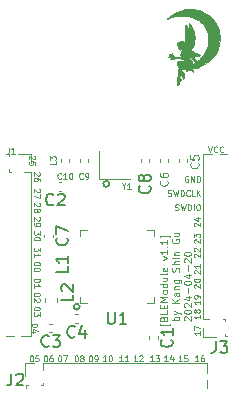
<source format=gbr>
%TF.GenerationSoftware,KiCad,Pcbnew,(5.1.10)-1*%
%TF.CreationDate,2024-04-20T07:26:56+09:00*%
%TF.ProjectId,BLEModule,424c454d-6f64-4756-9c65-2e6b69636164,rev?*%
%TF.SameCoordinates,Original*%
%TF.FileFunction,Legend,Top*%
%TF.FilePolarity,Positive*%
%FSLAX46Y46*%
G04 Gerber Fmt 4.6, Leading zero omitted, Abs format (unit mm)*
G04 Created by KiCad (PCBNEW (5.1.10)-1) date 2024-04-20 07:26:56*
%MOMM*%
%LPD*%
G01*
G04 APERTURE LIST*
%ADD10C,0.100000*%
%ADD11C,0.120000*%
%ADD12C,0.010000*%
%ADD13C,0.200000*%
%ADD14C,0.150000*%
G04 APERTURE END LIST*
D10*
X150071428Y-86220714D02*
X150071428Y-86363571D01*
X149214285Y-86363571D01*
X149214285Y-86220714D01*
X149557142Y-85792142D02*
X149585714Y-85706428D01*
X149614285Y-85677857D01*
X149671428Y-85649285D01*
X149757142Y-85649285D01*
X149814285Y-85677857D01*
X149842857Y-85706428D01*
X149871428Y-85763571D01*
X149871428Y-85992142D01*
X149271428Y-85992142D01*
X149271428Y-85792142D01*
X149300000Y-85735000D01*
X149328571Y-85706428D01*
X149385714Y-85677857D01*
X149442857Y-85677857D01*
X149500000Y-85706428D01*
X149528571Y-85735000D01*
X149557142Y-85792142D01*
X149557142Y-85992142D01*
X149871428Y-85106428D02*
X149871428Y-85392142D01*
X149271428Y-85392142D01*
X149557142Y-84906428D02*
X149557142Y-84706428D01*
X149871428Y-84620714D02*
X149871428Y-84906428D01*
X149271428Y-84906428D01*
X149271428Y-84620714D01*
X149871428Y-84363571D02*
X149271428Y-84363571D01*
X149700000Y-84163571D01*
X149271428Y-83963571D01*
X149871428Y-83963571D01*
X149871428Y-83592142D02*
X149842857Y-83649285D01*
X149814285Y-83677857D01*
X149757142Y-83706428D01*
X149585714Y-83706428D01*
X149528571Y-83677857D01*
X149500000Y-83649285D01*
X149471428Y-83592142D01*
X149471428Y-83506428D01*
X149500000Y-83449285D01*
X149528571Y-83420714D01*
X149585714Y-83392142D01*
X149757142Y-83392142D01*
X149814285Y-83420714D01*
X149842857Y-83449285D01*
X149871428Y-83506428D01*
X149871428Y-83592142D01*
X149871428Y-82877857D02*
X149271428Y-82877857D01*
X149842857Y-82877857D02*
X149871428Y-82935000D01*
X149871428Y-83049285D01*
X149842857Y-83106428D01*
X149814285Y-83135000D01*
X149757142Y-83163571D01*
X149585714Y-83163571D01*
X149528571Y-83135000D01*
X149500000Y-83106428D01*
X149471428Y-83049285D01*
X149471428Y-82935000D01*
X149500000Y-82877857D01*
X149471428Y-82335000D02*
X149871428Y-82335000D01*
X149471428Y-82592142D02*
X149785714Y-82592142D01*
X149842857Y-82563571D01*
X149871428Y-82506428D01*
X149871428Y-82420714D01*
X149842857Y-82363571D01*
X149814285Y-82335000D01*
X149871428Y-81963571D02*
X149842857Y-82020714D01*
X149785714Y-82049285D01*
X149271428Y-82049285D01*
X149842857Y-81506428D02*
X149871428Y-81563571D01*
X149871428Y-81677857D01*
X149842857Y-81735000D01*
X149785714Y-81763571D01*
X149557142Y-81763571D01*
X149500000Y-81735000D01*
X149471428Y-81677857D01*
X149471428Y-81563571D01*
X149500000Y-81506428D01*
X149557142Y-81477857D01*
X149614285Y-81477857D01*
X149671428Y-81763571D01*
X149471428Y-80820714D02*
X149871428Y-80677857D01*
X149471428Y-80535000D01*
X149871428Y-79992142D02*
X149871428Y-80335000D01*
X149871428Y-80163571D02*
X149271428Y-80163571D01*
X149357142Y-80220714D01*
X149414285Y-80277857D01*
X149442857Y-80335000D01*
X149814285Y-79735000D02*
X149842857Y-79706428D01*
X149871428Y-79735000D01*
X149842857Y-79763571D01*
X149814285Y-79735000D01*
X149871428Y-79735000D01*
X149871428Y-79135000D02*
X149871428Y-79477857D01*
X149871428Y-79306428D02*
X149271428Y-79306428D01*
X149357142Y-79363571D01*
X149414285Y-79420714D01*
X149442857Y-79477857D01*
X150071428Y-78935000D02*
X150071428Y-78792142D01*
X149214285Y-78792142D01*
X149214285Y-78935000D01*
X150871428Y-85935000D02*
X150271428Y-85935000D01*
X150500000Y-85935000D02*
X150471428Y-85877857D01*
X150471428Y-85763571D01*
X150500000Y-85706428D01*
X150528571Y-85677857D01*
X150585714Y-85649285D01*
X150757142Y-85649285D01*
X150814285Y-85677857D01*
X150842857Y-85706428D01*
X150871428Y-85763571D01*
X150871428Y-85877857D01*
X150842857Y-85935000D01*
X150471428Y-85449285D02*
X150871428Y-85306428D01*
X150471428Y-85163571D02*
X150871428Y-85306428D01*
X151014285Y-85363571D01*
X151042857Y-85392142D01*
X151071428Y-85449285D01*
X150871428Y-84477857D02*
X150271428Y-84477857D01*
X150871428Y-84135000D02*
X150528571Y-84392142D01*
X150271428Y-84135000D02*
X150614285Y-84477857D01*
X150871428Y-83620714D02*
X150557142Y-83620714D01*
X150500000Y-83649285D01*
X150471428Y-83706428D01*
X150471428Y-83820714D01*
X150500000Y-83877857D01*
X150842857Y-83620714D02*
X150871428Y-83677857D01*
X150871428Y-83820714D01*
X150842857Y-83877857D01*
X150785714Y-83906428D01*
X150728571Y-83906428D01*
X150671428Y-83877857D01*
X150642857Y-83820714D01*
X150642857Y-83677857D01*
X150614285Y-83620714D01*
X150471428Y-83335000D02*
X150871428Y-83335000D01*
X150528571Y-83335000D02*
X150500000Y-83306428D01*
X150471428Y-83249285D01*
X150471428Y-83163571D01*
X150500000Y-83106428D01*
X150557142Y-83077857D01*
X150871428Y-83077857D01*
X150471428Y-82535000D02*
X150957142Y-82535000D01*
X151014285Y-82563571D01*
X151042857Y-82592142D01*
X151071428Y-82649285D01*
X151071428Y-82735000D01*
X151042857Y-82792142D01*
X150842857Y-82535000D02*
X150871428Y-82592142D01*
X150871428Y-82706428D01*
X150842857Y-82763571D01*
X150814285Y-82792142D01*
X150757142Y-82820714D01*
X150585714Y-82820714D01*
X150528571Y-82792142D01*
X150500000Y-82763571D01*
X150471428Y-82706428D01*
X150471428Y-82592142D01*
X150500000Y-82535000D01*
X150842857Y-81820714D02*
X150871428Y-81735000D01*
X150871428Y-81592142D01*
X150842857Y-81535000D01*
X150814285Y-81506428D01*
X150757142Y-81477857D01*
X150700000Y-81477857D01*
X150642857Y-81506428D01*
X150614285Y-81535000D01*
X150585714Y-81592142D01*
X150557142Y-81706428D01*
X150528571Y-81763571D01*
X150500000Y-81792142D01*
X150442857Y-81820714D01*
X150385714Y-81820714D01*
X150328571Y-81792142D01*
X150300000Y-81763571D01*
X150271428Y-81706428D01*
X150271428Y-81563571D01*
X150300000Y-81477857D01*
X150871428Y-81220714D02*
X150271428Y-81220714D01*
X150871428Y-80963571D02*
X150557142Y-80963571D01*
X150500000Y-80992142D01*
X150471428Y-81049285D01*
X150471428Y-81135000D01*
X150500000Y-81192142D01*
X150528571Y-81220714D01*
X150871428Y-80677857D02*
X150471428Y-80677857D01*
X150271428Y-80677857D02*
X150300000Y-80706428D01*
X150328571Y-80677857D01*
X150300000Y-80649285D01*
X150271428Y-80677857D01*
X150328571Y-80677857D01*
X150471428Y-80392142D02*
X150871428Y-80392142D01*
X150528571Y-80392142D02*
X150500000Y-80363571D01*
X150471428Y-80306428D01*
X150471428Y-80220714D01*
X150500000Y-80163571D01*
X150557142Y-80135000D01*
X150871428Y-80135000D01*
X150300000Y-79077857D02*
X150271428Y-79135000D01*
X150271428Y-79220714D01*
X150300000Y-79306428D01*
X150357142Y-79363571D01*
X150414285Y-79392142D01*
X150528571Y-79420714D01*
X150614285Y-79420714D01*
X150728571Y-79392142D01*
X150785714Y-79363571D01*
X150842857Y-79306428D01*
X150871428Y-79220714D01*
X150871428Y-79163571D01*
X150842857Y-79077857D01*
X150814285Y-79049285D01*
X150614285Y-79049285D01*
X150614285Y-79163571D01*
X150471428Y-78535000D02*
X150871428Y-78535000D01*
X150471428Y-78792142D02*
X150785714Y-78792142D01*
X150842857Y-78763571D01*
X150871428Y-78706428D01*
X150871428Y-78620714D01*
X150842857Y-78563571D01*
X150814285Y-78535000D01*
X151328571Y-85963571D02*
X151300000Y-85935000D01*
X151271428Y-85877857D01*
X151271428Y-85735000D01*
X151300000Y-85677857D01*
X151328571Y-85649285D01*
X151385714Y-85620714D01*
X151442857Y-85620714D01*
X151528571Y-85649285D01*
X151871428Y-85992142D01*
X151871428Y-85620714D01*
X151271428Y-85249285D02*
X151271428Y-85192142D01*
X151300000Y-85135000D01*
X151328571Y-85106428D01*
X151385714Y-85077857D01*
X151500000Y-85049285D01*
X151642857Y-85049285D01*
X151757142Y-85077857D01*
X151814285Y-85106428D01*
X151842857Y-85135000D01*
X151871428Y-85192142D01*
X151871428Y-85249285D01*
X151842857Y-85306428D01*
X151814285Y-85335000D01*
X151757142Y-85363571D01*
X151642857Y-85392142D01*
X151500000Y-85392142D01*
X151385714Y-85363571D01*
X151328571Y-85335000D01*
X151300000Y-85306428D01*
X151271428Y-85249285D01*
X151328571Y-84820714D02*
X151300000Y-84792142D01*
X151271428Y-84735000D01*
X151271428Y-84592142D01*
X151300000Y-84535000D01*
X151328571Y-84506428D01*
X151385714Y-84477857D01*
X151442857Y-84477857D01*
X151528571Y-84506428D01*
X151871428Y-84849285D01*
X151871428Y-84477857D01*
X151471428Y-83963571D02*
X151871428Y-83963571D01*
X151242857Y-84106428D02*
X151671428Y-84249285D01*
X151671428Y-83877857D01*
X151642857Y-83649285D02*
X151642857Y-83192142D01*
X151271428Y-82792142D02*
X151271428Y-82735000D01*
X151300000Y-82677857D01*
X151328571Y-82649285D01*
X151385714Y-82620714D01*
X151500000Y-82592142D01*
X151642857Y-82592142D01*
X151757142Y-82620714D01*
X151814285Y-82649285D01*
X151842857Y-82677857D01*
X151871428Y-82735000D01*
X151871428Y-82792142D01*
X151842857Y-82849285D01*
X151814285Y-82877857D01*
X151757142Y-82906428D01*
X151642857Y-82935000D01*
X151500000Y-82935000D01*
X151385714Y-82906428D01*
X151328571Y-82877857D01*
X151300000Y-82849285D01*
X151271428Y-82792142D01*
X151471428Y-82077857D02*
X151871428Y-82077857D01*
X151242857Y-82220714D02*
X151671428Y-82363571D01*
X151671428Y-81992142D01*
X151642857Y-81763571D02*
X151642857Y-81306428D01*
X151328571Y-81049285D02*
X151300000Y-81020714D01*
X151271428Y-80963571D01*
X151271428Y-80820714D01*
X151300000Y-80763571D01*
X151328571Y-80735000D01*
X151385714Y-80706428D01*
X151442857Y-80706428D01*
X151528571Y-80735000D01*
X151871428Y-81077857D01*
X151871428Y-80706428D01*
X151271428Y-80335000D02*
X151271428Y-80277857D01*
X151300000Y-80220714D01*
X151328571Y-80192142D01*
X151385714Y-80163571D01*
X151500000Y-80135000D01*
X151642857Y-80135000D01*
X151757142Y-80163571D01*
X151814285Y-80192142D01*
X151842857Y-80220714D01*
X151871428Y-80277857D01*
X151871428Y-80335000D01*
X151842857Y-80392142D01*
X151814285Y-80420714D01*
X151757142Y-80449285D01*
X151642857Y-80477857D01*
X151500000Y-80477857D01*
X151385714Y-80449285D01*
X151328571Y-80420714D01*
X151300000Y-80392142D01*
X151271428Y-80335000D01*
X153333333Y-71226190D02*
X153500000Y-71726190D01*
X153666666Y-71226190D01*
X154119047Y-71678571D02*
X154095238Y-71702380D01*
X154023809Y-71726190D01*
X153976190Y-71726190D01*
X153904761Y-71702380D01*
X153857142Y-71654761D01*
X153833333Y-71607142D01*
X153809523Y-71511904D01*
X153809523Y-71440476D01*
X153833333Y-71345238D01*
X153857142Y-71297619D01*
X153904761Y-71250000D01*
X153976190Y-71226190D01*
X154023809Y-71226190D01*
X154095238Y-71250000D01*
X154119047Y-71273809D01*
X154619047Y-71678571D02*
X154595238Y-71702380D01*
X154523809Y-71726190D01*
X154476190Y-71726190D01*
X154404761Y-71702380D01*
X154357142Y-71654761D01*
X154333333Y-71607142D01*
X154309523Y-71511904D01*
X154309523Y-71440476D01*
X154333333Y-71345238D01*
X154357142Y-71297619D01*
X154404761Y-71250000D01*
X154476190Y-71226190D01*
X154523809Y-71226190D01*
X154595238Y-71250000D01*
X154619047Y-71273809D01*
X151619047Y-73750000D02*
X151571428Y-73726190D01*
X151500000Y-73726190D01*
X151428571Y-73750000D01*
X151380952Y-73797619D01*
X151357142Y-73845238D01*
X151333333Y-73940476D01*
X151333333Y-74011904D01*
X151357142Y-74107142D01*
X151380952Y-74154761D01*
X151428571Y-74202380D01*
X151500000Y-74226190D01*
X151547619Y-74226190D01*
X151619047Y-74202380D01*
X151642857Y-74178571D01*
X151642857Y-74011904D01*
X151547619Y-74011904D01*
X151857142Y-74226190D02*
X151857142Y-73726190D01*
X152142857Y-74226190D01*
X152142857Y-73726190D01*
X152380952Y-74226190D02*
X152380952Y-73726190D01*
X152500000Y-73726190D01*
X152571428Y-73750000D01*
X152619047Y-73797619D01*
X152642857Y-73845238D01*
X152666666Y-73940476D01*
X152666666Y-74011904D01*
X152642857Y-74107142D01*
X152619047Y-74154761D01*
X152571428Y-74202380D01*
X152500000Y-74226190D01*
X152380952Y-74226190D01*
X149919047Y-75402380D02*
X149990476Y-75426190D01*
X150109523Y-75426190D01*
X150157142Y-75402380D01*
X150180952Y-75378571D01*
X150204761Y-75330952D01*
X150204761Y-75283333D01*
X150180952Y-75235714D01*
X150157142Y-75211904D01*
X150109523Y-75188095D01*
X150014285Y-75164285D01*
X149966666Y-75140476D01*
X149942857Y-75116666D01*
X149919047Y-75069047D01*
X149919047Y-75021428D01*
X149942857Y-74973809D01*
X149966666Y-74950000D01*
X150014285Y-74926190D01*
X150133333Y-74926190D01*
X150204761Y-74950000D01*
X150371428Y-74926190D02*
X150490476Y-75426190D01*
X150585714Y-75069047D01*
X150680952Y-75426190D01*
X150800000Y-74926190D01*
X150990476Y-75426190D02*
X150990476Y-74926190D01*
X151109523Y-74926190D01*
X151180952Y-74950000D01*
X151228571Y-74997619D01*
X151252380Y-75045238D01*
X151276190Y-75140476D01*
X151276190Y-75211904D01*
X151252380Y-75307142D01*
X151228571Y-75354761D01*
X151180952Y-75402380D01*
X151109523Y-75426190D01*
X150990476Y-75426190D01*
X151776190Y-75378571D02*
X151752380Y-75402380D01*
X151680952Y-75426190D01*
X151633333Y-75426190D01*
X151561904Y-75402380D01*
X151514285Y-75354761D01*
X151490476Y-75307142D01*
X151466666Y-75211904D01*
X151466666Y-75140476D01*
X151490476Y-75045238D01*
X151514285Y-74997619D01*
X151561904Y-74950000D01*
X151633333Y-74926190D01*
X151680952Y-74926190D01*
X151752380Y-74950000D01*
X151776190Y-74973809D01*
X152228571Y-75426190D02*
X151990476Y-75426190D01*
X151990476Y-74926190D01*
X152395238Y-75426190D02*
X152395238Y-74926190D01*
X152680952Y-75426190D02*
X152466666Y-75140476D01*
X152680952Y-74926190D02*
X152395238Y-75211904D01*
X150540476Y-76602380D02*
X150611904Y-76626190D01*
X150730952Y-76626190D01*
X150778571Y-76602380D01*
X150802380Y-76578571D01*
X150826190Y-76530952D01*
X150826190Y-76483333D01*
X150802380Y-76435714D01*
X150778571Y-76411904D01*
X150730952Y-76388095D01*
X150635714Y-76364285D01*
X150588095Y-76340476D01*
X150564285Y-76316666D01*
X150540476Y-76269047D01*
X150540476Y-76221428D01*
X150564285Y-76173809D01*
X150588095Y-76150000D01*
X150635714Y-76126190D01*
X150754761Y-76126190D01*
X150826190Y-76150000D01*
X150992857Y-76126190D02*
X151111904Y-76626190D01*
X151207142Y-76269047D01*
X151302380Y-76626190D01*
X151421428Y-76126190D01*
X151611904Y-76626190D02*
X151611904Y-76126190D01*
X151730952Y-76126190D01*
X151802380Y-76150000D01*
X151850000Y-76197619D01*
X151873809Y-76245238D01*
X151897619Y-76340476D01*
X151897619Y-76411904D01*
X151873809Y-76507142D01*
X151850000Y-76554761D01*
X151802380Y-76602380D01*
X151730952Y-76626190D01*
X151611904Y-76626190D01*
X152111904Y-76626190D02*
X152111904Y-76126190D01*
X152445238Y-76126190D02*
X152540476Y-76126190D01*
X152588095Y-76150000D01*
X152635714Y-76197619D01*
X152659523Y-76292857D01*
X152659523Y-76459523D01*
X152635714Y-76554761D01*
X152588095Y-76602380D01*
X152540476Y-76626190D01*
X152445238Y-76626190D01*
X152397619Y-76602380D01*
X152350000Y-76554761D01*
X152326190Y-76459523D01*
X152326190Y-76292857D01*
X152350000Y-76197619D01*
X152397619Y-76150000D01*
X152445238Y-76126190D01*
X152173809Y-77980952D02*
X152150000Y-77957142D01*
X152126190Y-77909523D01*
X152126190Y-77790476D01*
X152150000Y-77742857D01*
X152173809Y-77719047D01*
X152221428Y-77695238D01*
X152269047Y-77695238D01*
X152340476Y-77719047D01*
X152626190Y-78004761D01*
X152626190Y-77695238D01*
X152292857Y-77266666D02*
X152626190Y-77266666D01*
X152102380Y-77385714D02*
X152459523Y-77504761D01*
X152459523Y-77195238D01*
X152173809Y-79380952D02*
X152150000Y-79357142D01*
X152126190Y-79309523D01*
X152126190Y-79190476D01*
X152150000Y-79142857D01*
X152173809Y-79119047D01*
X152221428Y-79095238D01*
X152269047Y-79095238D01*
X152340476Y-79119047D01*
X152626190Y-79404761D01*
X152626190Y-79095238D01*
X152126190Y-78928571D02*
X152126190Y-78619047D01*
X152316666Y-78785714D01*
X152316666Y-78714285D01*
X152340476Y-78666666D01*
X152364285Y-78642857D01*
X152411904Y-78619047D01*
X152530952Y-78619047D01*
X152578571Y-78642857D01*
X152602380Y-78666666D01*
X152626190Y-78714285D01*
X152626190Y-78857142D01*
X152602380Y-78904761D01*
X152578571Y-78928571D01*
X152173809Y-80580952D02*
X152150000Y-80557142D01*
X152126190Y-80509523D01*
X152126190Y-80390476D01*
X152150000Y-80342857D01*
X152173809Y-80319047D01*
X152221428Y-80295238D01*
X152269047Y-80295238D01*
X152340476Y-80319047D01*
X152626190Y-80604761D01*
X152626190Y-80295238D01*
X152173809Y-80104761D02*
X152150000Y-80080952D01*
X152126190Y-80033333D01*
X152126190Y-79914285D01*
X152150000Y-79866666D01*
X152173809Y-79842857D01*
X152221428Y-79819047D01*
X152269047Y-79819047D01*
X152340476Y-79842857D01*
X152626190Y-80128571D01*
X152626190Y-79819047D01*
X152173809Y-81980952D02*
X152150000Y-81957142D01*
X152126190Y-81909523D01*
X152126190Y-81790476D01*
X152150000Y-81742857D01*
X152173809Y-81719047D01*
X152221428Y-81695238D01*
X152269047Y-81695238D01*
X152340476Y-81719047D01*
X152626190Y-82004761D01*
X152626190Y-81695238D01*
X152626190Y-81219047D02*
X152626190Y-81504761D01*
X152626190Y-81361904D02*
X152126190Y-81361904D01*
X152197619Y-81409523D01*
X152245238Y-81457142D01*
X152269047Y-81504761D01*
X152173809Y-83180952D02*
X152150000Y-83157142D01*
X152126190Y-83109523D01*
X152126190Y-82990476D01*
X152150000Y-82942857D01*
X152173809Y-82919047D01*
X152221428Y-82895238D01*
X152269047Y-82895238D01*
X152340476Y-82919047D01*
X152626190Y-83204761D01*
X152626190Y-82895238D01*
X152126190Y-82585714D02*
X152126190Y-82538095D01*
X152150000Y-82490476D01*
X152173809Y-82466666D01*
X152221428Y-82442857D01*
X152316666Y-82419047D01*
X152435714Y-82419047D01*
X152530952Y-82442857D01*
X152578571Y-82466666D01*
X152602380Y-82490476D01*
X152626190Y-82538095D01*
X152626190Y-82585714D01*
X152602380Y-82633333D01*
X152578571Y-82657142D01*
X152530952Y-82680952D01*
X152435714Y-82704761D01*
X152316666Y-82704761D01*
X152221428Y-82680952D01*
X152173809Y-82657142D01*
X152150000Y-82633333D01*
X152126190Y-82585714D01*
X152626190Y-84295238D02*
X152626190Y-84580952D01*
X152626190Y-84438095D02*
X152126190Y-84438095D01*
X152197619Y-84485714D01*
X152245238Y-84533333D01*
X152269047Y-84580952D01*
X152626190Y-84057142D02*
X152626190Y-83961904D01*
X152602380Y-83914285D01*
X152578571Y-83890476D01*
X152507142Y-83842857D01*
X152411904Y-83819047D01*
X152221428Y-83819047D01*
X152173809Y-83842857D01*
X152150000Y-83866666D01*
X152126190Y-83914285D01*
X152126190Y-84009523D01*
X152150000Y-84057142D01*
X152173809Y-84080952D01*
X152221428Y-84104761D01*
X152340476Y-84104761D01*
X152388095Y-84080952D01*
X152411904Y-84057142D01*
X152435714Y-84009523D01*
X152435714Y-83914285D01*
X152411904Y-83866666D01*
X152388095Y-83842857D01*
X152340476Y-83819047D01*
X152626190Y-85495238D02*
X152626190Y-85780952D01*
X152626190Y-85638095D02*
X152126190Y-85638095D01*
X152197619Y-85685714D01*
X152245238Y-85733333D01*
X152269047Y-85780952D01*
X152340476Y-85209523D02*
X152316666Y-85257142D01*
X152292857Y-85280952D01*
X152245238Y-85304761D01*
X152221428Y-85304761D01*
X152173809Y-85280952D01*
X152150000Y-85257142D01*
X152126190Y-85209523D01*
X152126190Y-85114285D01*
X152150000Y-85066666D01*
X152173809Y-85042857D01*
X152221428Y-85019047D01*
X152245238Y-85019047D01*
X152292857Y-85042857D01*
X152316666Y-85066666D01*
X152340476Y-85114285D01*
X152340476Y-85209523D01*
X152364285Y-85257142D01*
X152388095Y-85280952D01*
X152435714Y-85304761D01*
X152530952Y-85304761D01*
X152578571Y-85280952D01*
X152602380Y-85257142D01*
X152626190Y-85209523D01*
X152626190Y-85114285D01*
X152602380Y-85066666D01*
X152578571Y-85042857D01*
X152530952Y-85019047D01*
X152435714Y-85019047D01*
X152388095Y-85042857D01*
X152364285Y-85066666D01*
X152340476Y-85114285D01*
X152626190Y-86895238D02*
X152626190Y-87180952D01*
X152626190Y-87038095D02*
X152126190Y-87038095D01*
X152197619Y-87085714D01*
X152245238Y-87133333D01*
X152269047Y-87180952D01*
X152126190Y-86728571D02*
X152126190Y-86395238D01*
X152626190Y-86609523D01*
X152504761Y-89426190D02*
X152219047Y-89426190D01*
X152361904Y-89426190D02*
X152361904Y-88926190D01*
X152314285Y-88997619D01*
X152266666Y-89045238D01*
X152219047Y-89069047D01*
X152933333Y-88926190D02*
X152838095Y-88926190D01*
X152790476Y-88950000D01*
X152766666Y-88973809D01*
X152719047Y-89045238D01*
X152695238Y-89140476D01*
X152695238Y-89330952D01*
X152719047Y-89378571D01*
X152742857Y-89402380D01*
X152790476Y-89426190D01*
X152885714Y-89426190D01*
X152933333Y-89402380D01*
X152957142Y-89378571D01*
X152980952Y-89330952D01*
X152980952Y-89211904D01*
X152957142Y-89164285D01*
X152933333Y-89140476D01*
X152885714Y-89116666D01*
X152790476Y-89116666D01*
X152742857Y-89140476D01*
X152719047Y-89164285D01*
X152695238Y-89211904D01*
X151104761Y-89426190D02*
X150819047Y-89426190D01*
X150961904Y-89426190D02*
X150961904Y-88926190D01*
X150914285Y-88997619D01*
X150866666Y-89045238D01*
X150819047Y-89069047D01*
X151557142Y-88926190D02*
X151319047Y-88926190D01*
X151295238Y-89164285D01*
X151319047Y-89140476D01*
X151366666Y-89116666D01*
X151485714Y-89116666D01*
X151533333Y-89140476D01*
X151557142Y-89164285D01*
X151580952Y-89211904D01*
X151580952Y-89330952D01*
X151557142Y-89378571D01*
X151533333Y-89402380D01*
X151485714Y-89426190D01*
X151366666Y-89426190D01*
X151319047Y-89402380D01*
X151295238Y-89378571D01*
X149904761Y-89426190D02*
X149619047Y-89426190D01*
X149761904Y-89426190D02*
X149761904Y-88926190D01*
X149714285Y-88997619D01*
X149666666Y-89045238D01*
X149619047Y-89069047D01*
X150333333Y-89092857D02*
X150333333Y-89426190D01*
X150214285Y-88902380D02*
X150095238Y-89259523D01*
X150404761Y-89259523D01*
X148704761Y-89426190D02*
X148419047Y-89426190D01*
X148561904Y-89426190D02*
X148561904Y-88926190D01*
X148514285Y-88997619D01*
X148466666Y-89045238D01*
X148419047Y-89069047D01*
X148871428Y-88926190D02*
X149180952Y-88926190D01*
X149014285Y-89116666D01*
X149085714Y-89116666D01*
X149133333Y-89140476D01*
X149157142Y-89164285D01*
X149180952Y-89211904D01*
X149180952Y-89330952D01*
X149157142Y-89378571D01*
X149133333Y-89402380D01*
X149085714Y-89426190D01*
X148942857Y-89426190D01*
X148895238Y-89402380D01*
X148871428Y-89378571D01*
X147304761Y-89426190D02*
X147019047Y-89426190D01*
X147161904Y-89426190D02*
X147161904Y-88926190D01*
X147114285Y-88997619D01*
X147066666Y-89045238D01*
X147019047Y-89069047D01*
X147495238Y-88973809D02*
X147519047Y-88950000D01*
X147566666Y-88926190D01*
X147685714Y-88926190D01*
X147733333Y-88950000D01*
X147757142Y-88973809D01*
X147780952Y-89021428D01*
X147780952Y-89069047D01*
X147757142Y-89140476D01*
X147471428Y-89426190D01*
X147780952Y-89426190D01*
X146104761Y-89426190D02*
X145819047Y-89426190D01*
X145961904Y-89426190D02*
X145961904Y-88926190D01*
X145914285Y-88997619D01*
X145866666Y-89045238D01*
X145819047Y-89069047D01*
X146580952Y-89426190D02*
X146295238Y-89426190D01*
X146438095Y-89426190D02*
X146438095Y-88926190D01*
X146390476Y-88997619D01*
X146342857Y-89045238D01*
X146295238Y-89069047D01*
X144704761Y-89426190D02*
X144419047Y-89426190D01*
X144561904Y-89426190D02*
X144561904Y-88926190D01*
X144514285Y-88997619D01*
X144466666Y-89045238D01*
X144419047Y-89069047D01*
X145014285Y-88926190D02*
X145061904Y-88926190D01*
X145109523Y-88950000D01*
X145133333Y-88973809D01*
X145157142Y-89021428D01*
X145180952Y-89116666D01*
X145180952Y-89235714D01*
X145157142Y-89330952D01*
X145133333Y-89378571D01*
X145109523Y-89402380D01*
X145061904Y-89426190D01*
X145014285Y-89426190D01*
X144966666Y-89402380D01*
X144942857Y-89378571D01*
X144919047Y-89330952D01*
X144895238Y-89235714D01*
X144895238Y-89116666D01*
X144919047Y-89021428D01*
X144942857Y-88973809D01*
X144966666Y-88950000D01*
X145014285Y-88926190D01*
X143338095Y-88926190D02*
X143385714Y-88926190D01*
X143433333Y-88950000D01*
X143457142Y-88973809D01*
X143480952Y-89021428D01*
X143504761Y-89116666D01*
X143504761Y-89235714D01*
X143480952Y-89330952D01*
X143457142Y-89378571D01*
X143433333Y-89402380D01*
X143385714Y-89426190D01*
X143338095Y-89426190D01*
X143290476Y-89402380D01*
X143266666Y-89378571D01*
X143242857Y-89330952D01*
X143219047Y-89235714D01*
X143219047Y-89116666D01*
X143242857Y-89021428D01*
X143266666Y-88973809D01*
X143290476Y-88950000D01*
X143338095Y-88926190D01*
X143742857Y-89426190D02*
X143838095Y-89426190D01*
X143885714Y-89402380D01*
X143909523Y-89378571D01*
X143957142Y-89307142D01*
X143980952Y-89211904D01*
X143980952Y-89021428D01*
X143957142Y-88973809D01*
X143933333Y-88950000D01*
X143885714Y-88926190D01*
X143790476Y-88926190D01*
X143742857Y-88950000D01*
X143719047Y-88973809D01*
X143695238Y-89021428D01*
X143695238Y-89140476D01*
X143719047Y-89188095D01*
X143742857Y-89211904D01*
X143790476Y-89235714D01*
X143885714Y-89235714D01*
X143933333Y-89211904D01*
X143957142Y-89188095D01*
X143980952Y-89140476D01*
X142138095Y-88926190D02*
X142185714Y-88926190D01*
X142233333Y-88950000D01*
X142257142Y-88973809D01*
X142280952Y-89021428D01*
X142304761Y-89116666D01*
X142304761Y-89235714D01*
X142280952Y-89330952D01*
X142257142Y-89378571D01*
X142233333Y-89402380D01*
X142185714Y-89426190D01*
X142138095Y-89426190D01*
X142090476Y-89402380D01*
X142066666Y-89378571D01*
X142042857Y-89330952D01*
X142019047Y-89235714D01*
X142019047Y-89116666D01*
X142042857Y-89021428D01*
X142066666Y-88973809D01*
X142090476Y-88950000D01*
X142138095Y-88926190D01*
X142590476Y-89140476D02*
X142542857Y-89116666D01*
X142519047Y-89092857D01*
X142495238Y-89045238D01*
X142495238Y-89021428D01*
X142519047Y-88973809D01*
X142542857Y-88950000D01*
X142590476Y-88926190D01*
X142685714Y-88926190D01*
X142733333Y-88950000D01*
X142757142Y-88973809D01*
X142780952Y-89021428D01*
X142780952Y-89045238D01*
X142757142Y-89092857D01*
X142733333Y-89116666D01*
X142685714Y-89140476D01*
X142590476Y-89140476D01*
X142542857Y-89164285D01*
X142519047Y-89188095D01*
X142495238Y-89235714D01*
X142495238Y-89330952D01*
X142519047Y-89378571D01*
X142542857Y-89402380D01*
X142590476Y-89426190D01*
X142685714Y-89426190D01*
X142733333Y-89402380D01*
X142757142Y-89378571D01*
X142780952Y-89330952D01*
X142780952Y-89235714D01*
X142757142Y-89188095D01*
X142733333Y-89164285D01*
X142685714Y-89140476D01*
X140738095Y-88926190D02*
X140785714Y-88926190D01*
X140833333Y-88950000D01*
X140857142Y-88973809D01*
X140880952Y-89021428D01*
X140904761Y-89116666D01*
X140904761Y-89235714D01*
X140880952Y-89330952D01*
X140857142Y-89378571D01*
X140833333Y-89402380D01*
X140785714Y-89426190D01*
X140738095Y-89426190D01*
X140690476Y-89402380D01*
X140666666Y-89378571D01*
X140642857Y-89330952D01*
X140619047Y-89235714D01*
X140619047Y-89116666D01*
X140642857Y-89021428D01*
X140666666Y-88973809D01*
X140690476Y-88950000D01*
X140738095Y-88926190D01*
X141071428Y-88926190D02*
X141404761Y-88926190D01*
X141190476Y-89426190D01*
X139538095Y-88926190D02*
X139585714Y-88926190D01*
X139633333Y-88950000D01*
X139657142Y-88973809D01*
X139680952Y-89021428D01*
X139704761Y-89116666D01*
X139704761Y-89235714D01*
X139680952Y-89330952D01*
X139657142Y-89378571D01*
X139633333Y-89402380D01*
X139585714Y-89426190D01*
X139538095Y-89426190D01*
X139490476Y-89402380D01*
X139466666Y-89378571D01*
X139442857Y-89330952D01*
X139419047Y-89235714D01*
X139419047Y-89116666D01*
X139442857Y-89021428D01*
X139466666Y-88973809D01*
X139490476Y-88950000D01*
X139538095Y-88926190D01*
X140133333Y-88926190D02*
X140038095Y-88926190D01*
X139990476Y-88950000D01*
X139966666Y-88973809D01*
X139919047Y-89045238D01*
X139895238Y-89140476D01*
X139895238Y-89330952D01*
X139919047Y-89378571D01*
X139942857Y-89402380D01*
X139990476Y-89426190D01*
X140085714Y-89426190D01*
X140133333Y-89402380D01*
X140157142Y-89378571D01*
X140180952Y-89330952D01*
X140180952Y-89211904D01*
X140157142Y-89164285D01*
X140133333Y-89140476D01*
X140085714Y-89116666D01*
X139990476Y-89116666D01*
X139942857Y-89140476D01*
X139919047Y-89164285D01*
X139895238Y-89211904D01*
X138338095Y-88926190D02*
X138385714Y-88926190D01*
X138433333Y-88950000D01*
X138457142Y-88973809D01*
X138480952Y-89021428D01*
X138504761Y-89116666D01*
X138504761Y-89235714D01*
X138480952Y-89330952D01*
X138457142Y-89378571D01*
X138433333Y-89402380D01*
X138385714Y-89426190D01*
X138338095Y-89426190D01*
X138290476Y-89402380D01*
X138266666Y-89378571D01*
X138242857Y-89330952D01*
X138219047Y-89235714D01*
X138219047Y-89116666D01*
X138242857Y-89021428D01*
X138266666Y-88973809D01*
X138290476Y-88950000D01*
X138338095Y-88926190D01*
X138957142Y-88926190D02*
X138719047Y-88926190D01*
X138695238Y-89164285D01*
X138719047Y-89140476D01*
X138766666Y-89116666D01*
X138885714Y-89116666D01*
X138933333Y-89140476D01*
X138957142Y-89164285D01*
X138980952Y-89211904D01*
X138980952Y-89330952D01*
X138957142Y-89378571D01*
X138933333Y-89402380D01*
X138885714Y-89426190D01*
X138766666Y-89426190D01*
X138719047Y-89402380D01*
X138695238Y-89378571D01*
X138873809Y-86338095D02*
X138873809Y-86385714D01*
X138850000Y-86433333D01*
X138826190Y-86457142D01*
X138778571Y-86480952D01*
X138683333Y-86504761D01*
X138564285Y-86504761D01*
X138469047Y-86480952D01*
X138421428Y-86457142D01*
X138397619Y-86433333D01*
X138373809Y-86385714D01*
X138373809Y-86338095D01*
X138397619Y-86290476D01*
X138421428Y-86266666D01*
X138469047Y-86242857D01*
X138564285Y-86219047D01*
X138683333Y-86219047D01*
X138778571Y-86242857D01*
X138826190Y-86266666D01*
X138850000Y-86290476D01*
X138873809Y-86338095D01*
X138707142Y-86933333D02*
X138373809Y-86933333D01*
X138897619Y-86814285D02*
X138540476Y-86695238D01*
X138540476Y-87004761D01*
X139073809Y-84938095D02*
X139073809Y-84985714D01*
X139050000Y-85033333D01*
X139026190Y-85057142D01*
X138978571Y-85080952D01*
X138883333Y-85104761D01*
X138764285Y-85104761D01*
X138669047Y-85080952D01*
X138621428Y-85057142D01*
X138597619Y-85033333D01*
X138573809Y-84985714D01*
X138573809Y-84938095D01*
X138597619Y-84890476D01*
X138621428Y-84866666D01*
X138669047Y-84842857D01*
X138764285Y-84819047D01*
X138883333Y-84819047D01*
X138978571Y-84842857D01*
X139026190Y-84866666D01*
X139050000Y-84890476D01*
X139073809Y-84938095D01*
X139073809Y-85271428D02*
X139073809Y-85580952D01*
X138883333Y-85414285D01*
X138883333Y-85485714D01*
X138859523Y-85533333D01*
X138835714Y-85557142D01*
X138788095Y-85580952D01*
X138669047Y-85580952D01*
X138621428Y-85557142D01*
X138597619Y-85533333D01*
X138573809Y-85485714D01*
X138573809Y-85342857D01*
X138597619Y-85295238D01*
X138621428Y-85271428D01*
X139073809Y-83738095D02*
X139073809Y-83785714D01*
X139050000Y-83833333D01*
X139026190Y-83857142D01*
X138978571Y-83880952D01*
X138883333Y-83904761D01*
X138764285Y-83904761D01*
X138669047Y-83880952D01*
X138621428Y-83857142D01*
X138597619Y-83833333D01*
X138573809Y-83785714D01*
X138573809Y-83738095D01*
X138597619Y-83690476D01*
X138621428Y-83666666D01*
X138669047Y-83642857D01*
X138764285Y-83619047D01*
X138883333Y-83619047D01*
X138978571Y-83642857D01*
X139026190Y-83666666D01*
X139050000Y-83690476D01*
X139073809Y-83738095D01*
X139026190Y-84095238D02*
X139050000Y-84119047D01*
X139073809Y-84166666D01*
X139073809Y-84285714D01*
X139050000Y-84333333D01*
X139026190Y-84357142D01*
X138978571Y-84380952D01*
X138930952Y-84380952D01*
X138859523Y-84357142D01*
X138573809Y-84071428D01*
X138573809Y-84380952D01*
X139073809Y-82538095D02*
X139073809Y-82585714D01*
X139050000Y-82633333D01*
X139026190Y-82657142D01*
X138978571Y-82680952D01*
X138883333Y-82704761D01*
X138764285Y-82704761D01*
X138669047Y-82680952D01*
X138621428Y-82657142D01*
X138597619Y-82633333D01*
X138573809Y-82585714D01*
X138573809Y-82538095D01*
X138597619Y-82490476D01*
X138621428Y-82466666D01*
X138669047Y-82442857D01*
X138764285Y-82419047D01*
X138883333Y-82419047D01*
X138978571Y-82442857D01*
X139026190Y-82466666D01*
X139050000Y-82490476D01*
X139073809Y-82538095D01*
X138573809Y-83180952D02*
X138573809Y-82895238D01*
X138573809Y-83038095D02*
X139073809Y-83038095D01*
X139002380Y-82990476D01*
X138954761Y-82942857D01*
X138930952Y-82895238D01*
X139073809Y-81138095D02*
X139073809Y-81185714D01*
X139050000Y-81233333D01*
X139026190Y-81257142D01*
X138978571Y-81280952D01*
X138883333Y-81304761D01*
X138764285Y-81304761D01*
X138669047Y-81280952D01*
X138621428Y-81257142D01*
X138597619Y-81233333D01*
X138573809Y-81185714D01*
X138573809Y-81138095D01*
X138597619Y-81090476D01*
X138621428Y-81066666D01*
X138669047Y-81042857D01*
X138764285Y-81019047D01*
X138883333Y-81019047D01*
X138978571Y-81042857D01*
X139026190Y-81066666D01*
X139050000Y-81090476D01*
X139073809Y-81138095D01*
X139073809Y-81614285D02*
X139073809Y-81661904D01*
X139050000Y-81709523D01*
X139026190Y-81733333D01*
X138978571Y-81757142D01*
X138883333Y-81780952D01*
X138764285Y-81780952D01*
X138669047Y-81757142D01*
X138621428Y-81733333D01*
X138597619Y-81709523D01*
X138573809Y-81661904D01*
X138573809Y-81614285D01*
X138597619Y-81566666D01*
X138621428Y-81542857D01*
X138669047Y-81519047D01*
X138764285Y-81495238D01*
X138883333Y-81495238D01*
X138978571Y-81519047D01*
X139026190Y-81542857D01*
X139050000Y-81566666D01*
X139073809Y-81614285D01*
X139073809Y-79795238D02*
X139073809Y-80104761D01*
X138883333Y-79938095D01*
X138883333Y-80009523D01*
X138859523Y-80057142D01*
X138835714Y-80080952D01*
X138788095Y-80104761D01*
X138669047Y-80104761D01*
X138621428Y-80080952D01*
X138597619Y-80057142D01*
X138573809Y-80009523D01*
X138573809Y-79866666D01*
X138597619Y-79819047D01*
X138621428Y-79795238D01*
X138573809Y-80580952D02*
X138573809Y-80295238D01*
X138573809Y-80438095D02*
X139073809Y-80438095D01*
X139002380Y-80390476D01*
X138954761Y-80342857D01*
X138930952Y-80295238D01*
X139073809Y-78395238D02*
X139073809Y-78704761D01*
X138883333Y-78538095D01*
X138883333Y-78609523D01*
X138859523Y-78657142D01*
X138835714Y-78680952D01*
X138788095Y-78704761D01*
X138669047Y-78704761D01*
X138621428Y-78680952D01*
X138597619Y-78657142D01*
X138573809Y-78609523D01*
X138573809Y-78466666D01*
X138597619Y-78419047D01*
X138621428Y-78395238D01*
X139073809Y-79014285D02*
X139073809Y-79061904D01*
X139050000Y-79109523D01*
X139026190Y-79133333D01*
X138978571Y-79157142D01*
X138883333Y-79180952D01*
X138764285Y-79180952D01*
X138669047Y-79157142D01*
X138621428Y-79133333D01*
X138597619Y-79109523D01*
X138573809Y-79061904D01*
X138573809Y-79014285D01*
X138597619Y-78966666D01*
X138621428Y-78942857D01*
X138669047Y-78919047D01*
X138764285Y-78895238D01*
X138883333Y-78895238D01*
X138978571Y-78919047D01*
X139026190Y-78942857D01*
X139050000Y-78966666D01*
X139073809Y-79014285D01*
X139026190Y-77219047D02*
X139050000Y-77242857D01*
X139073809Y-77290476D01*
X139073809Y-77409523D01*
X139050000Y-77457142D01*
X139026190Y-77480952D01*
X138978571Y-77504761D01*
X138930952Y-77504761D01*
X138859523Y-77480952D01*
X138573809Y-77195238D01*
X138573809Y-77504761D01*
X138573809Y-77742857D02*
X138573809Y-77838095D01*
X138597619Y-77885714D01*
X138621428Y-77909523D01*
X138692857Y-77957142D01*
X138788095Y-77980952D01*
X138978571Y-77980952D01*
X139026190Y-77957142D01*
X139050000Y-77933333D01*
X139073809Y-77885714D01*
X139073809Y-77790476D01*
X139050000Y-77742857D01*
X139026190Y-77719047D01*
X138978571Y-77695238D01*
X138859523Y-77695238D01*
X138811904Y-77719047D01*
X138788095Y-77742857D01*
X138764285Y-77790476D01*
X138764285Y-77885714D01*
X138788095Y-77933333D01*
X138811904Y-77957142D01*
X138859523Y-77980952D01*
X139026190Y-76019047D02*
X139050000Y-76042857D01*
X139073809Y-76090476D01*
X139073809Y-76209523D01*
X139050000Y-76257142D01*
X139026190Y-76280952D01*
X138978571Y-76304761D01*
X138930952Y-76304761D01*
X138859523Y-76280952D01*
X138573809Y-75995238D01*
X138573809Y-76304761D01*
X138859523Y-76590476D02*
X138883333Y-76542857D01*
X138907142Y-76519047D01*
X138954761Y-76495238D01*
X138978571Y-76495238D01*
X139026190Y-76519047D01*
X139050000Y-76542857D01*
X139073809Y-76590476D01*
X139073809Y-76685714D01*
X139050000Y-76733333D01*
X139026190Y-76757142D01*
X138978571Y-76780952D01*
X138954761Y-76780952D01*
X138907142Y-76757142D01*
X138883333Y-76733333D01*
X138859523Y-76685714D01*
X138859523Y-76590476D01*
X138835714Y-76542857D01*
X138811904Y-76519047D01*
X138764285Y-76495238D01*
X138669047Y-76495238D01*
X138621428Y-76519047D01*
X138597619Y-76542857D01*
X138573809Y-76590476D01*
X138573809Y-76685714D01*
X138597619Y-76733333D01*
X138621428Y-76757142D01*
X138669047Y-76780952D01*
X138764285Y-76780952D01*
X138811904Y-76757142D01*
X138835714Y-76733333D01*
X138859523Y-76685714D01*
X139026190Y-74819047D02*
X139050000Y-74842857D01*
X139073809Y-74890476D01*
X139073809Y-75009523D01*
X139050000Y-75057142D01*
X139026190Y-75080952D01*
X138978571Y-75104761D01*
X138930952Y-75104761D01*
X138859523Y-75080952D01*
X138573809Y-74795238D01*
X138573809Y-75104761D01*
X139073809Y-75271428D02*
X139073809Y-75604761D01*
X138573809Y-75390476D01*
X139026190Y-73419047D02*
X139050000Y-73442857D01*
X139073809Y-73490476D01*
X139073809Y-73609523D01*
X139050000Y-73657142D01*
X139026190Y-73680952D01*
X138978571Y-73704761D01*
X138930952Y-73704761D01*
X138859523Y-73680952D01*
X138573809Y-73395238D01*
X138573809Y-73704761D01*
X139073809Y-74133333D02*
X139073809Y-74038095D01*
X139050000Y-73990476D01*
X139026190Y-73966666D01*
X138954761Y-73919047D01*
X138859523Y-73895238D01*
X138669047Y-73895238D01*
X138621428Y-73919047D01*
X138597619Y-73942857D01*
X138573809Y-73990476D01*
X138573809Y-74085714D01*
X138597619Y-74133333D01*
X138621428Y-74157142D01*
X138669047Y-74180952D01*
X138788095Y-74180952D01*
X138835714Y-74157142D01*
X138859523Y-74133333D01*
X138883333Y-74085714D01*
X138883333Y-73990476D01*
X138859523Y-73942857D01*
X138835714Y-73919047D01*
X138788095Y-73895238D01*
X138626190Y-72019047D02*
X138650000Y-72042857D01*
X138673809Y-72090476D01*
X138673809Y-72209523D01*
X138650000Y-72257142D01*
X138626190Y-72280952D01*
X138578571Y-72304761D01*
X138530952Y-72304761D01*
X138459523Y-72280952D01*
X138173809Y-71995238D01*
X138173809Y-72304761D01*
X138673809Y-72757142D02*
X138673809Y-72519047D01*
X138435714Y-72495238D01*
X138459523Y-72519047D01*
X138483333Y-72566666D01*
X138483333Y-72685714D01*
X138459523Y-72733333D01*
X138435714Y-72757142D01*
X138388095Y-72780952D01*
X138269047Y-72780952D01*
X138221428Y-72757142D01*
X138197619Y-72733333D01*
X138173809Y-72685714D01*
X138173809Y-72566666D01*
X138197619Y-72519047D01*
X138221428Y-72495238D01*
D11*
%TO.C,J2*%
X137840000Y-89570000D02*
X137840000Y-90700000D01*
X139360000Y-91263471D02*
X139360000Y-91406529D01*
X153265000Y-89570000D02*
X153265000Y-90392470D01*
X153265000Y-91007530D02*
X153265000Y-91662470D01*
X139360000Y-89570000D02*
X153265000Y-89570000D01*
X139360000Y-89570000D02*
X139360000Y-90136529D01*
X139306529Y-91460000D02*
X139163471Y-91460000D01*
X138036529Y-91460000D02*
X137905000Y-91460000D01*
X137905000Y-91460000D02*
X137905000Y-91662470D01*
X138600000Y-89570000D02*
X137840000Y-89570000D01*
%TO.C,J1*%
X138330000Y-71840000D02*
X137200000Y-71840000D01*
X136636529Y-73360000D02*
X136493471Y-73360000D01*
X138330000Y-87265000D02*
X137507530Y-87265000D01*
X136892470Y-87265000D02*
X136237530Y-87265000D01*
X138330000Y-73360000D02*
X138330000Y-87265000D01*
X138330000Y-73360000D02*
X137763471Y-73360000D01*
X136440000Y-73306529D02*
X136440000Y-73163471D01*
X136440000Y-72036529D02*
X136440000Y-71905000D01*
X136440000Y-71905000D02*
X136237530Y-71905000D01*
X138330000Y-72600000D02*
X138330000Y-71840000D01*
%TO.C,J3*%
X152870000Y-87330000D02*
X154000000Y-87330000D01*
X154563471Y-85810000D02*
X154706529Y-85810000D01*
X152870000Y-71905000D02*
X153692470Y-71905000D01*
X154307530Y-71905000D02*
X154962470Y-71905000D01*
X152870000Y-85810000D02*
X152870000Y-71905000D01*
X152870000Y-85810000D02*
X153436529Y-85810000D01*
X154760000Y-85863471D02*
X154760000Y-86006529D01*
X154760000Y-87133471D02*
X154760000Y-87265000D01*
X154760000Y-87265000D02*
X154962470Y-87265000D01*
X152870000Y-86570000D02*
X152870000Y-87330000D01*
D12*
%TO.C,REF\u002A\u002A*%
G36*
X151641960Y-59598926D02*
G01*
X151405292Y-59628318D01*
X151171716Y-59677692D01*
X150941665Y-59746885D01*
X150715574Y-59835731D01*
X150493875Y-59944068D01*
X150277003Y-60071732D01*
X150134678Y-60167953D01*
X150086185Y-60203368D01*
X150036051Y-60241500D01*
X149986924Y-60280163D01*
X149941455Y-60317170D01*
X149902291Y-60350335D01*
X149872081Y-60377470D01*
X149853475Y-60396389D01*
X149848720Y-60404035D01*
X149849326Y-60408395D01*
X149852818Y-60410530D01*
X149861707Y-60409725D01*
X149878507Y-60405262D01*
X149905728Y-60396427D01*
X149945882Y-60382502D01*
X150001482Y-60362772D01*
X150033398Y-60351385D01*
X150273117Y-60275134D01*
X150512267Y-60217503D01*
X150749943Y-60178466D01*
X150985236Y-60157999D01*
X151217240Y-60156078D01*
X151445049Y-60172678D01*
X151667756Y-60207774D01*
X151884454Y-60261343D01*
X152094235Y-60333360D01*
X152271880Y-60411719D01*
X152410702Y-60484661D01*
X152534461Y-60560841D01*
X152648408Y-60643934D01*
X152757797Y-60737616D01*
X152814129Y-60791252D01*
X152944513Y-60933019D01*
X153056979Y-61084333D01*
X153151494Y-61245096D01*
X153228025Y-61415212D01*
X153286539Y-61594583D01*
X153327003Y-61783111D01*
X153349386Y-61980701D01*
X153353653Y-62187255D01*
X153343646Y-62362884D01*
X153317749Y-62549180D01*
X153274163Y-62737393D01*
X153214382Y-62922736D01*
X153139900Y-63100421D01*
X153073612Y-63228753D01*
X152957505Y-63414338D01*
X152821996Y-63594146D01*
X152667215Y-63768011D01*
X152615015Y-63820998D01*
X152558533Y-63875457D01*
X152511928Y-63916350D01*
X152472106Y-63945751D01*
X152435972Y-63965736D01*
X152400430Y-63978377D01*
X152371100Y-63984478D01*
X152334358Y-63985715D01*
X152304423Y-63974799D01*
X152277925Y-63949328D01*
X152251495Y-63906899D01*
X152245146Y-63894636D01*
X152224737Y-63857223D01*
X152197322Y-63810976D01*
X152167580Y-63763685D01*
X152155250Y-63744983D01*
X152125337Y-63699855D01*
X152105568Y-63668008D01*
X152094454Y-63646064D01*
X152090507Y-63630643D01*
X152092239Y-63618366D01*
X152095868Y-63610152D01*
X152103357Y-63601230D01*
X152117348Y-63596168D01*
X152142252Y-63594241D01*
X152182480Y-63594723D01*
X152188475Y-63594906D01*
X152235791Y-63595216D01*
X152270119Y-63591879D01*
X152298627Y-63583833D01*
X152316772Y-63575893D01*
X152353358Y-63561926D01*
X152381965Y-63560531D01*
X152389817Y-63562314D01*
X152407891Y-63564118D01*
X152434299Y-63560465D01*
X152472227Y-63550640D01*
X152524862Y-63533926D01*
X152542206Y-63528073D01*
X152589117Y-63511333D01*
X152628544Y-63495822D01*
X152656724Y-63483126D01*
X152669891Y-63474832D01*
X152670338Y-63474067D01*
X152663717Y-63464664D01*
X152642081Y-63452919D01*
X152620378Y-63444730D01*
X152545399Y-63418623D01*
X152465253Y-63387985D01*
X152382240Y-63353942D01*
X152298658Y-63317616D01*
X152216808Y-63280130D01*
X152138987Y-63242609D01*
X152067496Y-63206175D01*
X152004634Y-63171952D01*
X151952700Y-63141064D01*
X151913994Y-63114633D01*
X151890814Y-63093784D01*
X151885764Y-63085800D01*
X151886891Y-63067504D01*
X151896471Y-63046715D01*
X151905550Y-63029147D01*
X151907440Y-63010277D01*
X151902439Y-62982373D01*
X151899412Y-62970196D01*
X151892356Y-62939143D01*
X151891667Y-62922377D01*
X151897409Y-62914869D01*
X151900110Y-62913763D01*
X151915339Y-62904591D01*
X151938718Y-62886347D01*
X151953182Y-62873778D01*
X151989200Y-62828491D01*
X152009305Y-62774548D01*
X152012385Y-62730420D01*
X152011706Y-62700476D01*
X152016892Y-62683721D01*
X152031261Y-62673184D01*
X152041839Y-62668517D01*
X152073094Y-62649210D01*
X152106757Y-62618932D01*
X152136098Y-62584588D01*
X152154387Y-62553086D01*
X152154436Y-62552958D01*
X152164154Y-62504700D01*
X152162975Y-62444364D01*
X152151245Y-62376799D01*
X152138782Y-62333275D01*
X152112363Y-62253340D01*
X152155403Y-62199010D01*
X152202125Y-62129200D01*
X152229043Y-62061821D01*
X152236284Y-61995352D01*
X152223975Y-61928273D01*
X152192243Y-61859061D01*
X152184892Y-61846919D01*
X152158102Y-61803023D01*
X152141182Y-61770425D01*
X152132776Y-61743487D01*
X152131526Y-61716570D01*
X152136077Y-61684035D01*
X152140458Y-61662197D01*
X152148167Y-61621023D01*
X152150618Y-61590546D01*
X152147761Y-61561820D01*
X152139718Y-61526562D01*
X152117758Y-61462776D01*
X152084933Y-61394793D01*
X152045739Y-61331714D01*
X152038420Y-61321668D01*
X152018239Y-61290473D01*
X151994172Y-61247107D01*
X151969622Y-61198362D01*
X151947994Y-61151035D01*
X151932694Y-61111918D01*
X151931528Y-61108360D01*
X151897508Y-61026865D01*
X151847267Y-60942457D01*
X151804440Y-60884840D01*
X151777496Y-60850840D01*
X151754832Y-60821085D01*
X151740048Y-60800344D01*
X151737155Y-60795655D01*
X151725984Y-60780947D01*
X151719276Y-60784548D01*
X151717326Y-60804877D01*
X151720429Y-60840355D01*
X151724231Y-60864801D01*
X151736767Y-60949209D01*
X151743723Y-61029683D01*
X151745160Y-61111827D01*
X151741138Y-61201245D01*
X151731717Y-61303542D01*
X151729178Y-61326144D01*
X151722107Y-61385569D01*
X151715458Y-61437773D01*
X151709681Y-61479503D01*
X151705225Y-61507505D01*
X151702560Y-61518507D01*
X151695098Y-61519747D01*
X151686675Y-61507797D01*
X151676563Y-61480827D01*
X151664034Y-61437005D01*
X151653233Y-61394499D01*
X151638840Y-61341584D01*
X151622089Y-61288463D01*
X151605503Y-61242817D01*
X151596477Y-61221779D01*
X151578139Y-61185231D01*
X151553446Y-61138979D01*
X151525206Y-61087975D01*
X151496227Y-61037169D01*
X151469315Y-60991514D01*
X151447280Y-60955960D01*
X151437549Y-60941511D01*
X151424749Y-60925310D01*
X151417685Y-60924914D01*
X151411949Y-60936431D01*
X151409875Y-60952012D01*
X151408551Y-60984657D01*
X151408003Y-61031120D01*
X151408258Y-61088156D01*
X151409341Y-61152522D01*
X151410008Y-61179480D01*
X151410681Y-61221750D01*
X151410889Y-61279009D01*
X151410673Y-61348991D01*
X151410076Y-61429429D01*
X151409139Y-61518056D01*
X151407906Y-61612606D01*
X151406417Y-61710813D01*
X151404715Y-61810411D01*
X151402842Y-61909132D01*
X151400841Y-62004711D01*
X151398752Y-62094882D01*
X151396619Y-62177377D01*
X151394484Y-62249930D01*
X151392388Y-62310276D01*
X151390373Y-62356147D01*
X151388482Y-62385277D01*
X151387461Y-62393600D01*
X151385801Y-62411153D01*
X151384421Y-62442122D01*
X151383658Y-62477420D01*
X151382076Y-62511772D01*
X151378666Y-62536376D01*
X151374162Y-62545996D01*
X151374071Y-62546000D01*
X151363863Y-62538218D01*
X151347529Y-62518350D01*
X151337033Y-62503345D01*
X151299707Y-62453461D01*
X151255922Y-62405064D01*
X151211147Y-62363722D01*
X151172889Y-62336179D01*
X151126827Y-62315163D01*
X151076778Y-62305169D01*
X151018940Y-62306080D01*
X150949515Y-62317777D01*
X150908277Y-62327895D01*
X150844886Y-62347127D01*
X150796756Y-62368755D01*
X150758868Y-62396483D01*
X150726206Y-62434015D01*
X150693752Y-62485053D01*
X150692575Y-62487100D01*
X150669107Y-62536777D01*
X150661995Y-62577922D01*
X150671299Y-62614142D01*
X150695301Y-62647171D01*
X150715982Y-62675770D01*
X150738388Y-62717054D01*
X150759928Y-62764848D01*
X150778012Y-62812972D01*
X150790052Y-62855248D01*
X150793600Y-62881695D01*
X150800770Y-62909691D01*
X150821540Y-62928820D01*
X150845293Y-62945827D01*
X150875265Y-62970012D01*
X150892433Y-62984934D01*
X150929661Y-63012035D01*
X150965952Y-63022817D01*
X151006658Y-63017894D01*
X151046965Y-63002620D01*
X151076044Y-62991578D01*
X151098768Y-62986725D01*
X151105385Y-62987285D01*
X151116988Y-63001588D01*
X151115928Y-63028818D01*
X151102420Y-63066180D01*
X151098778Y-63073579D01*
X151086351Y-63105176D01*
X151074754Y-63146640D01*
X151068223Y-63179104D01*
X151055813Y-63229710D01*
X151034063Y-63290076D01*
X151010979Y-63341993D01*
X150988939Y-63389472D01*
X150975732Y-63423424D01*
X150970075Y-63447945D01*
X150970684Y-63467133D01*
X150971116Y-63469266D01*
X150982303Y-63499554D01*
X150999882Y-63527403D01*
X151019299Y-63546685D01*
X151032498Y-63551840D01*
X151048780Y-63557267D01*
X151051700Y-63560413D01*
X151053104Y-63576943D01*
X151047697Y-63602140D01*
X151038266Y-63627272D01*
X151027598Y-63643605D01*
X151024542Y-63645494D01*
X151010629Y-63646170D01*
X150980137Y-63645332D01*
X150936737Y-63643155D01*
X150884099Y-63639813D01*
X150844400Y-63636926D01*
X150776914Y-63632193D01*
X150705924Y-63627930D01*
X150638490Y-63624515D01*
X150581671Y-63622328D01*
X150565000Y-63621911D01*
X150514814Y-63621263D01*
X150478318Y-63622432D01*
X150448891Y-63626570D01*
X150419915Y-63634832D01*
X150384770Y-63648370D01*
X150364222Y-63656890D01*
X150324485Y-63673043D01*
X150291423Y-63685653D01*
X150269761Y-63692960D01*
X150264470Y-63694080D01*
X150262486Y-63687054D01*
X150271234Y-63669698D01*
X150274374Y-63665097D01*
X150297303Y-63643387D01*
X150335666Y-63622550D01*
X150371586Y-63608186D01*
X150407232Y-63594176D01*
X150434037Y-63581718D01*
X150447434Y-63572998D01*
X150448160Y-63571533D01*
X150440027Y-63562526D01*
X150418540Y-63546751D01*
X150388076Y-63527373D01*
X150382921Y-63524304D01*
X150348766Y-63502808D01*
X150326536Y-63483228D01*
X150313690Y-63460393D01*
X150307683Y-63429131D01*
X150305975Y-63384271D01*
X150305920Y-63367690D01*
X150304744Y-63335935D01*
X150301690Y-63314321D01*
X150298300Y-63308090D01*
X150287457Y-63314305D01*
X150265682Y-63330672D01*
X150237291Y-63353911D01*
X150231438Y-63358890D01*
X150200783Y-63383289D01*
X150174105Y-63401262D01*
X150156504Y-63409428D01*
X150154881Y-63409600D01*
X150137187Y-63406555D01*
X150106511Y-63398523D01*
X150069074Y-63387152D01*
X150064048Y-63385518D01*
X150028501Y-63374948D01*
X150001084Y-63368808D01*
X149986814Y-63368172D01*
X149985985Y-63368790D01*
X149987510Y-63381031D01*
X149995708Y-63406634D01*
X150008889Y-63440437D01*
X150011326Y-63446211D01*
X150025948Y-63482570D01*
X150036683Y-63513208D01*
X150041421Y-63532050D01*
X150041486Y-63533128D01*
X150035515Y-63549013D01*
X150019568Y-63574745D01*
X149997040Y-63604872D01*
X149996040Y-63606103D01*
X149973517Y-63634647D01*
X149957190Y-63657043D01*
X149950358Y-63668748D01*
X149950320Y-63669073D01*
X149959677Y-63671362D01*
X149984722Y-63671723D01*
X150020914Y-63670168D01*
X150040297Y-63668795D01*
X150130273Y-63661674D01*
X150162217Y-63713589D01*
X150179164Y-63741766D01*
X150190746Y-63762239D01*
X150194160Y-63769644D01*
X150185574Y-63775168D01*
X150164351Y-63783567D01*
X150158600Y-63785520D01*
X150131595Y-63799430D01*
X150123040Y-63815372D01*
X150124797Y-63823640D01*
X150132517Y-63828604D01*
X150149880Y-63830768D01*
X150180563Y-63830639D01*
X150222100Y-63829003D01*
X150282374Y-63825232D01*
X150328949Y-63818923D01*
X150368437Y-63808168D01*
X150407449Y-63791057D01*
X150452596Y-63765680D01*
X150462915Y-63759463D01*
X150490753Y-63743413D01*
X150321817Y-63743413D01*
X150321160Y-63744880D01*
X150307934Y-63751048D01*
X150282425Y-63754210D01*
X150272301Y-63754325D01*
X150247717Y-63753060D01*
X150241574Y-63749895D01*
X150250040Y-63744880D01*
X150273281Y-63738130D01*
X150297337Y-63735636D01*
X150315689Y-63737396D01*
X150321817Y-63743413D01*
X150490753Y-63743413D01*
X150499915Y-63738131D01*
X150533438Y-63720752D01*
X150557336Y-63710469D01*
X150560695Y-63709470D01*
X150588373Y-63708153D01*
X150634948Y-63713211D01*
X150700044Y-63724578D01*
X150783288Y-63742184D01*
X150884306Y-63765960D01*
X150930760Y-63777472D01*
X151093320Y-63818270D01*
X151147838Y-63799844D01*
X151178971Y-63789770D01*
X151196854Y-63786491D01*
X151207428Y-63790127D01*
X151216635Y-63800800D01*
X151216967Y-63801249D01*
X151230182Y-63822252D01*
X151247593Y-63853954D01*
X151266730Y-63891309D01*
X151285124Y-63929271D01*
X151300305Y-63962791D01*
X151309803Y-63986823D01*
X151311760Y-63994976D01*
X151312039Y-64000247D01*
X151311139Y-64004161D01*
X151306460Y-64006901D01*
X151295401Y-64008645D01*
X151275360Y-64009576D01*
X151243736Y-64009873D01*
X151197927Y-64009717D01*
X151135333Y-64009289D01*
X151108301Y-64009104D01*
X151008679Y-64009735D01*
X150926706Y-64013280D01*
X150859881Y-64020037D01*
X150805705Y-64030303D01*
X150761674Y-64044378D01*
X150743329Y-64052614D01*
X150698815Y-64081396D01*
X150670769Y-64116246D01*
X150658972Y-64158692D01*
X150663208Y-64210261D01*
X150683260Y-64272481D01*
X150705235Y-64320489D01*
X150729142Y-64370420D01*
X150756081Y-64429906D01*
X150781833Y-64489519D01*
X150793553Y-64517926D01*
X150836977Y-64625493D01*
X150800152Y-64843046D01*
X150780032Y-64963857D01*
X150763513Y-65068236D01*
X150750243Y-65159686D01*
X150739870Y-65241707D01*
X150732042Y-65317799D01*
X150726407Y-65391464D01*
X150722612Y-65466202D01*
X150720307Y-65545514D01*
X150719138Y-65632902D01*
X150719021Y-65649880D01*
X150718478Y-65730001D01*
X150717806Y-65792401D01*
X150716780Y-65839680D01*
X150715180Y-65874436D01*
X150712782Y-65899269D01*
X150709366Y-65916779D01*
X150704709Y-65929563D01*
X150698588Y-65940221D01*
X150693594Y-65947418D01*
X150678965Y-65971231D01*
X150676985Y-65986699D01*
X150682138Y-65995678D01*
X150705118Y-66008432D01*
X150738337Y-66007361D01*
X150777418Y-65992761D01*
X150784703Y-65988739D01*
X150814845Y-65965060D01*
X150837408Y-65931633D01*
X150854376Y-65884692D01*
X150865006Y-65836256D01*
X150885621Y-65759836D01*
X150920271Y-65685964D01*
X150971345Y-65609550D01*
X150971580Y-65609240D01*
X151000009Y-65568313D01*
X151013322Y-65537311D01*
X151011020Y-65512041D01*
X150992607Y-65488314D01*
X150957583Y-65461938D01*
X150953769Y-65459403D01*
X150915872Y-65431133D01*
X150894527Y-65404582D01*
X150887355Y-65374089D01*
X150891976Y-65333989D01*
X150895155Y-65319870D01*
X150909540Y-65279387D01*
X150933152Y-65232290D01*
X150961671Y-65185918D01*
X150990777Y-65147608D01*
X151005309Y-65132774D01*
X151027083Y-65113509D01*
X151060891Y-65188654D01*
X151078726Y-65229190D01*
X151101094Y-65281328D01*
X151124915Y-65337834D01*
X151143710Y-65383180D01*
X151164577Y-65431470D01*
X151183058Y-65469428D01*
X151197603Y-65494104D01*
X151206457Y-65502560D01*
X151222817Y-65493824D01*
X151242779Y-65470956D01*
X151263125Y-65438967D01*
X151280636Y-65402865D01*
X151291524Y-65370132D01*
X151297031Y-65344255D01*
X151298059Y-65323758D01*
X151293419Y-65302423D01*
X151281923Y-65274029D01*
X151267092Y-65242265D01*
X151246905Y-65197928D01*
X151235529Y-65165410D01*
X151232249Y-65138578D01*
X151236350Y-65111301D01*
X151247116Y-65077450D01*
X151247678Y-65075867D01*
X151257377Y-65045895D01*
X151259491Y-65027034D01*
X151254132Y-65011587D01*
X151248738Y-65002819D01*
X151228896Y-64984042D01*
X151199374Y-64967636D01*
X151190373Y-64964255D01*
X151155513Y-64946948D01*
X151123739Y-64922158D01*
X151119039Y-64917170D01*
X151095914Y-64879437D01*
X151078869Y-64829328D01*
X151069920Y-64774375D01*
X151069823Y-64733412D01*
X151075933Y-64706608D01*
X151090910Y-64687507D01*
X151117422Y-64674974D01*
X151158138Y-64667869D01*
X151215725Y-64665055D01*
X151230480Y-64664902D01*
X151311411Y-64669086D01*
X151378166Y-64683457D01*
X151434805Y-64709238D01*
X151475210Y-64738598D01*
X151502483Y-64765289D01*
X151513079Y-64787164D01*
X151508076Y-64809294D01*
X151494498Y-64829408D01*
X151480304Y-64851183D01*
X151482253Y-64861131D01*
X151500876Y-64860430D01*
X151507757Y-64858840D01*
X151541102Y-64844354D01*
X151568497Y-64821712D01*
X151584277Y-64796216D01*
X151586080Y-64785542D01*
X151589956Y-64764948D01*
X151601665Y-64763100D01*
X151615250Y-64773580D01*
X151627157Y-64779521D01*
X151640726Y-64770409D01*
X151647686Y-64762388D01*
X151661176Y-64748334D01*
X151675561Y-64743213D01*
X151698297Y-64745576D01*
X151715544Y-64749204D01*
X151750829Y-64756319D01*
X151796185Y-64764531D01*
X151840080Y-64771787D01*
X151910583Y-64786769D01*
X151962708Y-64807443D01*
X151997864Y-64834872D01*
X152017461Y-64870119D01*
X152022960Y-64909861D01*
X152025518Y-64938111D01*
X152031920Y-64957061D01*
X152034662Y-64959952D01*
X152049186Y-64959467D01*
X152062272Y-64943385D01*
X152071275Y-64916396D01*
X152073760Y-64890691D01*
X152070672Y-64852016D01*
X152059920Y-64818222D01*
X152039277Y-64786539D01*
X152006513Y-64754201D01*
X151959399Y-64718438D01*
X151907154Y-64683758D01*
X151872421Y-64660205D01*
X151855286Y-64645242D01*
X151856008Y-64639108D01*
X151858063Y-64638960D01*
X151887642Y-64642878D01*
X151906967Y-64652921D01*
X151911200Y-64661786D01*
X151919199Y-64676447D01*
X151937274Y-64691349D01*
X151956545Y-64699418D01*
X151958673Y-64699596D01*
X151969381Y-64691147D01*
X151980368Y-64669936D01*
X151982046Y-64665191D01*
X151989074Y-64647086D01*
X151998726Y-64635709D01*
X152016016Y-64628306D01*
X152045961Y-64622121D01*
X152066654Y-64618720D01*
X152209694Y-64589568D01*
X152361888Y-64547204D01*
X152518590Y-64493331D01*
X152675153Y-64429651D01*
X152826929Y-64357867D01*
X152930408Y-64302249D01*
X153122907Y-64183861D01*
X153232140Y-64105693D01*
X152249411Y-64105693D01*
X152248790Y-64118844D01*
X152243056Y-64131498D01*
X152229576Y-64146282D01*
X152205715Y-64165825D01*
X152168839Y-64192751D01*
X152145805Y-64209026D01*
X152104885Y-64237171D01*
X152069399Y-64260429D01*
X152042902Y-64276550D01*
X152028945Y-64283288D01*
X152028327Y-64283360D01*
X152020748Y-64274263D01*
X152009129Y-64249587D01*
X151995138Y-64213255D01*
X151982382Y-64175367D01*
X151952611Y-64088786D01*
X151921905Y-64013168D01*
X151891701Y-63951817D01*
X151869844Y-63916593D01*
X151851112Y-63896787D01*
X151821002Y-63871649D01*
X151785610Y-63846218D01*
X151781028Y-63843211D01*
X151737118Y-63812663D01*
X151694199Y-63779186D01*
X151655463Y-63745690D01*
X151624100Y-63715083D01*
X151603303Y-63690276D01*
X151596240Y-63674772D01*
X151604323Y-63650511D01*
X151629001Y-63636792D01*
X151664023Y-63633120D01*
X151719353Y-63642012D01*
X151781092Y-63667856D01*
X151846612Y-63709401D01*
X151880720Y-63736302D01*
X151922783Y-63770449D01*
X151969982Y-63806884D01*
X152012209Y-63837810D01*
X152012800Y-63838225D01*
X152067368Y-63880050D01*
X152119298Y-63926330D01*
X152165949Y-63974078D01*
X152204678Y-64020307D01*
X152232843Y-64062029D01*
X152247800Y-64096258D01*
X152249411Y-64105693D01*
X153232140Y-64105693D01*
X153304273Y-64054075D01*
X153473287Y-63914189D01*
X153628734Y-63765504D01*
X153769397Y-63609320D01*
X153894059Y-63446936D01*
X154001506Y-63279652D01*
X154090519Y-63108769D01*
X154127447Y-63023097D01*
X154195122Y-62831888D01*
X154245847Y-62636921D01*
X154280117Y-62435522D01*
X154298426Y-62225019D01*
X154302007Y-62078640D01*
X154292938Y-61845931D01*
X154265102Y-61620791D01*
X154218550Y-61403367D01*
X154153330Y-61193807D01*
X154069493Y-60992258D01*
X153967088Y-60798868D01*
X153846164Y-60613785D01*
X153782730Y-60529431D01*
X153685633Y-60416835D01*
X153572176Y-60304366D01*
X153446117Y-60195028D01*
X153311212Y-60091822D01*
X153171217Y-59997752D01*
X153029890Y-59915820D01*
X152987713Y-59894015D01*
X152770337Y-59794479D01*
X152554391Y-59714703D01*
X152340166Y-59654751D01*
X152127952Y-59614687D01*
X151918041Y-59594574D01*
X151710723Y-59594476D01*
X151641960Y-59598926D01*
G37*
X151641960Y-59598926D02*
X151405292Y-59628318D01*
X151171716Y-59677692D01*
X150941665Y-59746885D01*
X150715574Y-59835731D01*
X150493875Y-59944068D01*
X150277003Y-60071732D01*
X150134678Y-60167953D01*
X150086185Y-60203368D01*
X150036051Y-60241500D01*
X149986924Y-60280163D01*
X149941455Y-60317170D01*
X149902291Y-60350335D01*
X149872081Y-60377470D01*
X149853475Y-60396389D01*
X149848720Y-60404035D01*
X149849326Y-60408395D01*
X149852818Y-60410530D01*
X149861707Y-60409725D01*
X149878507Y-60405262D01*
X149905728Y-60396427D01*
X149945882Y-60382502D01*
X150001482Y-60362772D01*
X150033398Y-60351385D01*
X150273117Y-60275134D01*
X150512267Y-60217503D01*
X150749943Y-60178466D01*
X150985236Y-60157999D01*
X151217240Y-60156078D01*
X151445049Y-60172678D01*
X151667756Y-60207774D01*
X151884454Y-60261343D01*
X152094235Y-60333360D01*
X152271880Y-60411719D01*
X152410702Y-60484661D01*
X152534461Y-60560841D01*
X152648408Y-60643934D01*
X152757797Y-60737616D01*
X152814129Y-60791252D01*
X152944513Y-60933019D01*
X153056979Y-61084333D01*
X153151494Y-61245096D01*
X153228025Y-61415212D01*
X153286539Y-61594583D01*
X153327003Y-61783111D01*
X153349386Y-61980701D01*
X153353653Y-62187255D01*
X153343646Y-62362884D01*
X153317749Y-62549180D01*
X153274163Y-62737393D01*
X153214382Y-62922736D01*
X153139900Y-63100421D01*
X153073612Y-63228753D01*
X152957505Y-63414338D01*
X152821996Y-63594146D01*
X152667215Y-63768011D01*
X152615015Y-63820998D01*
X152558533Y-63875457D01*
X152511928Y-63916350D01*
X152472106Y-63945751D01*
X152435972Y-63965736D01*
X152400430Y-63978377D01*
X152371100Y-63984478D01*
X152334358Y-63985715D01*
X152304423Y-63974799D01*
X152277925Y-63949328D01*
X152251495Y-63906899D01*
X152245146Y-63894636D01*
X152224737Y-63857223D01*
X152197322Y-63810976D01*
X152167580Y-63763685D01*
X152155250Y-63744983D01*
X152125337Y-63699855D01*
X152105568Y-63668008D01*
X152094454Y-63646064D01*
X152090507Y-63630643D01*
X152092239Y-63618366D01*
X152095868Y-63610152D01*
X152103357Y-63601230D01*
X152117348Y-63596168D01*
X152142252Y-63594241D01*
X152182480Y-63594723D01*
X152188475Y-63594906D01*
X152235791Y-63595216D01*
X152270119Y-63591879D01*
X152298627Y-63583833D01*
X152316772Y-63575893D01*
X152353358Y-63561926D01*
X152381965Y-63560531D01*
X152389817Y-63562314D01*
X152407891Y-63564118D01*
X152434299Y-63560465D01*
X152472227Y-63550640D01*
X152524862Y-63533926D01*
X152542206Y-63528073D01*
X152589117Y-63511333D01*
X152628544Y-63495822D01*
X152656724Y-63483126D01*
X152669891Y-63474832D01*
X152670338Y-63474067D01*
X152663717Y-63464664D01*
X152642081Y-63452919D01*
X152620378Y-63444730D01*
X152545399Y-63418623D01*
X152465253Y-63387985D01*
X152382240Y-63353942D01*
X152298658Y-63317616D01*
X152216808Y-63280130D01*
X152138987Y-63242609D01*
X152067496Y-63206175D01*
X152004634Y-63171952D01*
X151952700Y-63141064D01*
X151913994Y-63114633D01*
X151890814Y-63093784D01*
X151885764Y-63085800D01*
X151886891Y-63067504D01*
X151896471Y-63046715D01*
X151905550Y-63029147D01*
X151907440Y-63010277D01*
X151902439Y-62982373D01*
X151899412Y-62970196D01*
X151892356Y-62939143D01*
X151891667Y-62922377D01*
X151897409Y-62914869D01*
X151900110Y-62913763D01*
X151915339Y-62904591D01*
X151938718Y-62886347D01*
X151953182Y-62873778D01*
X151989200Y-62828491D01*
X152009305Y-62774548D01*
X152012385Y-62730420D01*
X152011706Y-62700476D01*
X152016892Y-62683721D01*
X152031261Y-62673184D01*
X152041839Y-62668517D01*
X152073094Y-62649210D01*
X152106757Y-62618932D01*
X152136098Y-62584588D01*
X152154387Y-62553086D01*
X152154436Y-62552958D01*
X152164154Y-62504700D01*
X152162975Y-62444364D01*
X152151245Y-62376799D01*
X152138782Y-62333275D01*
X152112363Y-62253340D01*
X152155403Y-62199010D01*
X152202125Y-62129200D01*
X152229043Y-62061821D01*
X152236284Y-61995352D01*
X152223975Y-61928273D01*
X152192243Y-61859061D01*
X152184892Y-61846919D01*
X152158102Y-61803023D01*
X152141182Y-61770425D01*
X152132776Y-61743487D01*
X152131526Y-61716570D01*
X152136077Y-61684035D01*
X152140458Y-61662197D01*
X152148167Y-61621023D01*
X152150618Y-61590546D01*
X152147761Y-61561820D01*
X152139718Y-61526562D01*
X152117758Y-61462776D01*
X152084933Y-61394793D01*
X152045739Y-61331714D01*
X152038420Y-61321668D01*
X152018239Y-61290473D01*
X151994172Y-61247107D01*
X151969622Y-61198362D01*
X151947994Y-61151035D01*
X151932694Y-61111918D01*
X151931528Y-61108360D01*
X151897508Y-61026865D01*
X151847267Y-60942457D01*
X151804440Y-60884840D01*
X151777496Y-60850840D01*
X151754832Y-60821085D01*
X151740048Y-60800344D01*
X151737155Y-60795655D01*
X151725984Y-60780947D01*
X151719276Y-60784548D01*
X151717326Y-60804877D01*
X151720429Y-60840355D01*
X151724231Y-60864801D01*
X151736767Y-60949209D01*
X151743723Y-61029683D01*
X151745160Y-61111827D01*
X151741138Y-61201245D01*
X151731717Y-61303542D01*
X151729178Y-61326144D01*
X151722107Y-61385569D01*
X151715458Y-61437773D01*
X151709681Y-61479503D01*
X151705225Y-61507505D01*
X151702560Y-61518507D01*
X151695098Y-61519747D01*
X151686675Y-61507797D01*
X151676563Y-61480827D01*
X151664034Y-61437005D01*
X151653233Y-61394499D01*
X151638840Y-61341584D01*
X151622089Y-61288463D01*
X151605503Y-61242817D01*
X151596477Y-61221779D01*
X151578139Y-61185231D01*
X151553446Y-61138979D01*
X151525206Y-61087975D01*
X151496227Y-61037169D01*
X151469315Y-60991514D01*
X151447280Y-60955960D01*
X151437549Y-60941511D01*
X151424749Y-60925310D01*
X151417685Y-60924914D01*
X151411949Y-60936431D01*
X151409875Y-60952012D01*
X151408551Y-60984657D01*
X151408003Y-61031120D01*
X151408258Y-61088156D01*
X151409341Y-61152522D01*
X151410008Y-61179480D01*
X151410681Y-61221750D01*
X151410889Y-61279009D01*
X151410673Y-61348991D01*
X151410076Y-61429429D01*
X151409139Y-61518056D01*
X151407906Y-61612606D01*
X151406417Y-61710813D01*
X151404715Y-61810411D01*
X151402842Y-61909132D01*
X151400841Y-62004711D01*
X151398752Y-62094882D01*
X151396619Y-62177377D01*
X151394484Y-62249930D01*
X151392388Y-62310276D01*
X151390373Y-62356147D01*
X151388482Y-62385277D01*
X151387461Y-62393600D01*
X151385801Y-62411153D01*
X151384421Y-62442122D01*
X151383658Y-62477420D01*
X151382076Y-62511772D01*
X151378666Y-62536376D01*
X151374162Y-62545996D01*
X151374071Y-62546000D01*
X151363863Y-62538218D01*
X151347529Y-62518350D01*
X151337033Y-62503345D01*
X151299707Y-62453461D01*
X151255922Y-62405064D01*
X151211147Y-62363722D01*
X151172889Y-62336179D01*
X151126827Y-62315163D01*
X151076778Y-62305169D01*
X151018940Y-62306080D01*
X150949515Y-62317777D01*
X150908277Y-62327895D01*
X150844886Y-62347127D01*
X150796756Y-62368755D01*
X150758868Y-62396483D01*
X150726206Y-62434015D01*
X150693752Y-62485053D01*
X150692575Y-62487100D01*
X150669107Y-62536777D01*
X150661995Y-62577922D01*
X150671299Y-62614142D01*
X150695301Y-62647171D01*
X150715982Y-62675770D01*
X150738388Y-62717054D01*
X150759928Y-62764848D01*
X150778012Y-62812972D01*
X150790052Y-62855248D01*
X150793600Y-62881695D01*
X150800770Y-62909691D01*
X150821540Y-62928820D01*
X150845293Y-62945827D01*
X150875265Y-62970012D01*
X150892433Y-62984934D01*
X150929661Y-63012035D01*
X150965952Y-63022817D01*
X151006658Y-63017894D01*
X151046965Y-63002620D01*
X151076044Y-62991578D01*
X151098768Y-62986725D01*
X151105385Y-62987285D01*
X151116988Y-63001588D01*
X151115928Y-63028818D01*
X151102420Y-63066180D01*
X151098778Y-63073579D01*
X151086351Y-63105176D01*
X151074754Y-63146640D01*
X151068223Y-63179104D01*
X151055813Y-63229710D01*
X151034063Y-63290076D01*
X151010979Y-63341993D01*
X150988939Y-63389472D01*
X150975732Y-63423424D01*
X150970075Y-63447945D01*
X150970684Y-63467133D01*
X150971116Y-63469266D01*
X150982303Y-63499554D01*
X150999882Y-63527403D01*
X151019299Y-63546685D01*
X151032498Y-63551840D01*
X151048780Y-63557267D01*
X151051700Y-63560413D01*
X151053104Y-63576943D01*
X151047697Y-63602140D01*
X151038266Y-63627272D01*
X151027598Y-63643605D01*
X151024542Y-63645494D01*
X151010629Y-63646170D01*
X150980137Y-63645332D01*
X150936737Y-63643155D01*
X150884099Y-63639813D01*
X150844400Y-63636926D01*
X150776914Y-63632193D01*
X150705924Y-63627930D01*
X150638490Y-63624515D01*
X150581671Y-63622328D01*
X150565000Y-63621911D01*
X150514814Y-63621263D01*
X150478318Y-63622432D01*
X150448891Y-63626570D01*
X150419915Y-63634832D01*
X150384770Y-63648370D01*
X150364222Y-63656890D01*
X150324485Y-63673043D01*
X150291423Y-63685653D01*
X150269761Y-63692960D01*
X150264470Y-63694080D01*
X150262486Y-63687054D01*
X150271234Y-63669698D01*
X150274374Y-63665097D01*
X150297303Y-63643387D01*
X150335666Y-63622550D01*
X150371586Y-63608186D01*
X150407232Y-63594176D01*
X150434037Y-63581718D01*
X150447434Y-63572998D01*
X150448160Y-63571533D01*
X150440027Y-63562526D01*
X150418540Y-63546751D01*
X150388076Y-63527373D01*
X150382921Y-63524304D01*
X150348766Y-63502808D01*
X150326536Y-63483228D01*
X150313690Y-63460393D01*
X150307683Y-63429131D01*
X150305975Y-63384271D01*
X150305920Y-63367690D01*
X150304744Y-63335935D01*
X150301690Y-63314321D01*
X150298300Y-63308090D01*
X150287457Y-63314305D01*
X150265682Y-63330672D01*
X150237291Y-63353911D01*
X150231438Y-63358890D01*
X150200783Y-63383289D01*
X150174105Y-63401262D01*
X150156504Y-63409428D01*
X150154881Y-63409600D01*
X150137187Y-63406555D01*
X150106511Y-63398523D01*
X150069074Y-63387152D01*
X150064048Y-63385518D01*
X150028501Y-63374948D01*
X150001084Y-63368808D01*
X149986814Y-63368172D01*
X149985985Y-63368790D01*
X149987510Y-63381031D01*
X149995708Y-63406634D01*
X150008889Y-63440437D01*
X150011326Y-63446211D01*
X150025948Y-63482570D01*
X150036683Y-63513208D01*
X150041421Y-63532050D01*
X150041486Y-63533128D01*
X150035515Y-63549013D01*
X150019568Y-63574745D01*
X149997040Y-63604872D01*
X149996040Y-63606103D01*
X149973517Y-63634647D01*
X149957190Y-63657043D01*
X149950358Y-63668748D01*
X149950320Y-63669073D01*
X149959677Y-63671362D01*
X149984722Y-63671723D01*
X150020914Y-63670168D01*
X150040297Y-63668795D01*
X150130273Y-63661674D01*
X150162217Y-63713589D01*
X150179164Y-63741766D01*
X150190746Y-63762239D01*
X150194160Y-63769644D01*
X150185574Y-63775168D01*
X150164351Y-63783567D01*
X150158600Y-63785520D01*
X150131595Y-63799430D01*
X150123040Y-63815372D01*
X150124797Y-63823640D01*
X150132517Y-63828604D01*
X150149880Y-63830768D01*
X150180563Y-63830639D01*
X150222100Y-63829003D01*
X150282374Y-63825232D01*
X150328949Y-63818923D01*
X150368437Y-63808168D01*
X150407449Y-63791057D01*
X150452596Y-63765680D01*
X150462915Y-63759463D01*
X150490753Y-63743413D01*
X150321817Y-63743413D01*
X150321160Y-63744880D01*
X150307934Y-63751048D01*
X150282425Y-63754210D01*
X150272301Y-63754325D01*
X150247717Y-63753060D01*
X150241574Y-63749895D01*
X150250040Y-63744880D01*
X150273281Y-63738130D01*
X150297337Y-63735636D01*
X150315689Y-63737396D01*
X150321817Y-63743413D01*
X150490753Y-63743413D01*
X150499915Y-63738131D01*
X150533438Y-63720752D01*
X150557336Y-63710469D01*
X150560695Y-63709470D01*
X150588373Y-63708153D01*
X150634948Y-63713211D01*
X150700044Y-63724578D01*
X150783288Y-63742184D01*
X150884306Y-63765960D01*
X150930760Y-63777472D01*
X151093320Y-63818270D01*
X151147838Y-63799844D01*
X151178971Y-63789770D01*
X151196854Y-63786491D01*
X151207428Y-63790127D01*
X151216635Y-63800800D01*
X151216967Y-63801249D01*
X151230182Y-63822252D01*
X151247593Y-63853954D01*
X151266730Y-63891309D01*
X151285124Y-63929271D01*
X151300305Y-63962791D01*
X151309803Y-63986823D01*
X151311760Y-63994976D01*
X151312039Y-64000247D01*
X151311139Y-64004161D01*
X151306460Y-64006901D01*
X151295401Y-64008645D01*
X151275360Y-64009576D01*
X151243736Y-64009873D01*
X151197927Y-64009717D01*
X151135333Y-64009289D01*
X151108301Y-64009104D01*
X151008679Y-64009735D01*
X150926706Y-64013280D01*
X150859881Y-64020037D01*
X150805705Y-64030303D01*
X150761674Y-64044378D01*
X150743329Y-64052614D01*
X150698815Y-64081396D01*
X150670769Y-64116246D01*
X150658972Y-64158692D01*
X150663208Y-64210261D01*
X150683260Y-64272481D01*
X150705235Y-64320489D01*
X150729142Y-64370420D01*
X150756081Y-64429906D01*
X150781833Y-64489519D01*
X150793553Y-64517926D01*
X150836977Y-64625493D01*
X150800152Y-64843046D01*
X150780032Y-64963857D01*
X150763513Y-65068236D01*
X150750243Y-65159686D01*
X150739870Y-65241707D01*
X150732042Y-65317799D01*
X150726407Y-65391464D01*
X150722612Y-65466202D01*
X150720307Y-65545514D01*
X150719138Y-65632902D01*
X150719021Y-65649880D01*
X150718478Y-65730001D01*
X150717806Y-65792401D01*
X150716780Y-65839680D01*
X150715180Y-65874436D01*
X150712782Y-65899269D01*
X150709366Y-65916779D01*
X150704709Y-65929563D01*
X150698588Y-65940221D01*
X150693594Y-65947418D01*
X150678965Y-65971231D01*
X150676985Y-65986699D01*
X150682138Y-65995678D01*
X150705118Y-66008432D01*
X150738337Y-66007361D01*
X150777418Y-65992761D01*
X150784703Y-65988739D01*
X150814845Y-65965060D01*
X150837408Y-65931633D01*
X150854376Y-65884692D01*
X150865006Y-65836256D01*
X150885621Y-65759836D01*
X150920271Y-65685964D01*
X150971345Y-65609550D01*
X150971580Y-65609240D01*
X151000009Y-65568313D01*
X151013322Y-65537311D01*
X151011020Y-65512041D01*
X150992607Y-65488314D01*
X150957583Y-65461938D01*
X150953769Y-65459403D01*
X150915872Y-65431133D01*
X150894527Y-65404582D01*
X150887355Y-65374089D01*
X150891976Y-65333989D01*
X150895155Y-65319870D01*
X150909540Y-65279387D01*
X150933152Y-65232290D01*
X150961671Y-65185918D01*
X150990777Y-65147608D01*
X151005309Y-65132774D01*
X151027083Y-65113509D01*
X151060891Y-65188654D01*
X151078726Y-65229190D01*
X151101094Y-65281328D01*
X151124915Y-65337834D01*
X151143710Y-65383180D01*
X151164577Y-65431470D01*
X151183058Y-65469428D01*
X151197603Y-65494104D01*
X151206457Y-65502560D01*
X151222817Y-65493824D01*
X151242779Y-65470956D01*
X151263125Y-65438967D01*
X151280636Y-65402865D01*
X151291524Y-65370132D01*
X151297031Y-65344255D01*
X151298059Y-65323758D01*
X151293419Y-65302423D01*
X151281923Y-65274029D01*
X151267092Y-65242265D01*
X151246905Y-65197928D01*
X151235529Y-65165410D01*
X151232249Y-65138578D01*
X151236350Y-65111301D01*
X151247116Y-65077450D01*
X151247678Y-65075867D01*
X151257377Y-65045895D01*
X151259491Y-65027034D01*
X151254132Y-65011587D01*
X151248738Y-65002819D01*
X151228896Y-64984042D01*
X151199374Y-64967636D01*
X151190373Y-64964255D01*
X151155513Y-64946948D01*
X151123739Y-64922158D01*
X151119039Y-64917170D01*
X151095914Y-64879437D01*
X151078869Y-64829328D01*
X151069920Y-64774375D01*
X151069823Y-64733412D01*
X151075933Y-64706608D01*
X151090910Y-64687507D01*
X151117422Y-64674974D01*
X151158138Y-64667869D01*
X151215725Y-64665055D01*
X151230480Y-64664902D01*
X151311411Y-64669086D01*
X151378166Y-64683457D01*
X151434805Y-64709238D01*
X151475210Y-64738598D01*
X151502483Y-64765289D01*
X151513079Y-64787164D01*
X151508076Y-64809294D01*
X151494498Y-64829408D01*
X151480304Y-64851183D01*
X151482253Y-64861131D01*
X151500876Y-64860430D01*
X151507757Y-64858840D01*
X151541102Y-64844354D01*
X151568497Y-64821712D01*
X151584277Y-64796216D01*
X151586080Y-64785542D01*
X151589956Y-64764948D01*
X151601665Y-64763100D01*
X151615250Y-64773580D01*
X151627157Y-64779521D01*
X151640726Y-64770409D01*
X151647686Y-64762388D01*
X151661176Y-64748334D01*
X151675561Y-64743213D01*
X151698297Y-64745576D01*
X151715544Y-64749204D01*
X151750829Y-64756319D01*
X151796185Y-64764531D01*
X151840080Y-64771787D01*
X151910583Y-64786769D01*
X151962708Y-64807443D01*
X151997864Y-64834872D01*
X152017461Y-64870119D01*
X152022960Y-64909861D01*
X152025518Y-64938111D01*
X152031920Y-64957061D01*
X152034662Y-64959952D01*
X152049186Y-64959467D01*
X152062272Y-64943385D01*
X152071275Y-64916396D01*
X152073760Y-64890691D01*
X152070672Y-64852016D01*
X152059920Y-64818222D01*
X152039277Y-64786539D01*
X152006513Y-64754201D01*
X151959399Y-64718438D01*
X151907154Y-64683758D01*
X151872421Y-64660205D01*
X151855286Y-64645242D01*
X151856008Y-64639108D01*
X151858063Y-64638960D01*
X151887642Y-64642878D01*
X151906967Y-64652921D01*
X151911200Y-64661786D01*
X151919199Y-64676447D01*
X151937274Y-64691349D01*
X151956545Y-64699418D01*
X151958673Y-64699596D01*
X151969381Y-64691147D01*
X151980368Y-64669936D01*
X151982046Y-64665191D01*
X151989074Y-64647086D01*
X151998726Y-64635709D01*
X152016016Y-64628306D01*
X152045961Y-64622121D01*
X152066654Y-64618720D01*
X152209694Y-64589568D01*
X152361888Y-64547204D01*
X152518590Y-64493331D01*
X152675153Y-64429651D01*
X152826929Y-64357867D01*
X152930408Y-64302249D01*
X153122907Y-64183861D01*
X153232140Y-64105693D01*
X152249411Y-64105693D01*
X152248790Y-64118844D01*
X152243056Y-64131498D01*
X152229576Y-64146282D01*
X152205715Y-64165825D01*
X152168839Y-64192751D01*
X152145805Y-64209026D01*
X152104885Y-64237171D01*
X152069399Y-64260429D01*
X152042902Y-64276550D01*
X152028945Y-64283288D01*
X152028327Y-64283360D01*
X152020748Y-64274263D01*
X152009129Y-64249587D01*
X151995138Y-64213255D01*
X151982382Y-64175367D01*
X151952611Y-64088786D01*
X151921905Y-64013168D01*
X151891701Y-63951817D01*
X151869844Y-63916593D01*
X151851112Y-63896787D01*
X151821002Y-63871649D01*
X151785610Y-63846218D01*
X151781028Y-63843211D01*
X151737118Y-63812663D01*
X151694199Y-63779186D01*
X151655463Y-63745690D01*
X151624100Y-63715083D01*
X151603303Y-63690276D01*
X151596240Y-63674772D01*
X151604323Y-63650511D01*
X151629001Y-63636792D01*
X151664023Y-63633120D01*
X151719353Y-63642012D01*
X151781092Y-63667856D01*
X151846612Y-63709401D01*
X151880720Y-63736302D01*
X151922783Y-63770449D01*
X151969982Y-63806884D01*
X152012209Y-63837810D01*
X152012800Y-63838225D01*
X152067368Y-63880050D01*
X152119298Y-63926330D01*
X152165949Y-63974078D01*
X152204678Y-64020307D01*
X152232843Y-64062029D01*
X152247800Y-64096258D01*
X152249411Y-64105693D01*
X153232140Y-64105693D01*
X153304273Y-64054075D01*
X153473287Y-63914189D01*
X153628734Y-63765504D01*
X153769397Y-63609320D01*
X153894059Y-63446936D01*
X154001506Y-63279652D01*
X154090519Y-63108769D01*
X154127447Y-63023097D01*
X154195122Y-62831888D01*
X154245847Y-62636921D01*
X154280117Y-62435522D01*
X154298426Y-62225019D01*
X154302007Y-62078640D01*
X154292938Y-61845931D01*
X154265102Y-61620791D01*
X154218550Y-61403367D01*
X154153330Y-61193807D01*
X154069493Y-60992258D01*
X153967088Y-60798868D01*
X153846164Y-60613785D01*
X153782730Y-60529431D01*
X153685633Y-60416835D01*
X153572176Y-60304366D01*
X153446117Y-60195028D01*
X153311212Y-60091822D01*
X153171217Y-59997752D01*
X153029890Y-59915820D01*
X152987713Y-59894015D01*
X152770337Y-59794479D01*
X152554391Y-59714703D01*
X152340166Y-59654751D01*
X152127952Y-59614687D01*
X151918041Y-59594574D01*
X151710723Y-59594476D01*
X151641960Y-59598926D01*
D11*
%TO.C,C4*%
X142307836Y-86160000D02*
X142092164Y-86160000D01*
X142307836Y-85440000D02*
X142092164Y-85440000D01*
%TO.C,C1*%
X149060000Y-87312164D02*
X149060000Y-87527836D01*
X148340000Y-87312164D02*
X148340000Y-87527836D01*
%TO.C,Y1*%
X144050000Y-71650000D02*
X144050000Y-73950000D01*
X144050000Y-73950000D02*
X146750000Y-73950000D01*
D13*
X144950000Y-74400000D02*
G75*
G03*
X144950000Y-74400000I-250000J0D01*
G01*
%TO.C,U1*%
X142450000Y-84800000D02*
G75*
G03*
X142450000Y-84800000I-250000J0D01*
G01*
D11*
X142490000Y-83960000D02*
X142490000Y-84510000D01*
X148710000Y-78290000D02*
X148160000Y-78290000D01*
X148710000Y-78840000D02*
X148710000Y-78290000D01*
X148710000Y-84510000D02*
X148160000Y-84510000D01*
X148710000Y-83960000D02*
X148710000Y-84510000D01*
X142490000Y-78290000D02*
X143040000Y-78290000D01*
X142490000Y-78840000D02*
X142490000Y-78290000D01*
X142490000Y-84510000D02*
X143040000Y-84510000D01*
%TO.C,L2*%
X139490000Y-84037221D02*
X139490000Y-84362779D01*
X140510000Y-84037221D02*
X140510000Y-84362779D01*
%TO.C,C10*%
X140840000Y-72507836D02*
X140840000Y-72292164D01*
X141560000Y-72507836D02*
X141560000Y-72292164D01*
%TO.C,C9*%
X142440000Y-72507836D02*
X142440000Y-72292164D01*
X143160000Y-72507836D02*
X143160000Y-72292164D01*
%TO.C,C8*%
X147640000Y-72507836D02*
X147640000Y-72292164D01*
X148360000Y-72507836D02*
X148360000Y-72292164D01*
%TO.C,C7*%
X139440000Y-78907836D02*
X139440000Y-78692164D01*
X140160000Y-78907836D02*
X140160000Y-78692164D01*
%TO.C,C6*%
X149240000Y-72507836D02*
X149240000Y-72292164D01*
X149960000Y-72507836D02*
X149960000Y-72292164D01*
%TO.C,C5*%
X150840000Y-72507836D02*
X150840000Y-72292164D01*
X151560000Y-72507836D02*
X151560000Y-72292164D01*
%TO.C,C3*%
X140107836Y-86960000D02*
X139892164Y-86960000D01*
X140107836Y-86240000D02*
X139892164Y-86240000D01*
%TO.C,C2*%
X140907836Y-74960000D02*
X140692164Y-74960000D01*
X140907836Y-74240000D02*
X140692164Y-74240000D01*
%TO.C,J2*%
D14*
X136666666Y-90452380D02*
X136666666Y-91166666D01*
X136619047Y-91309523D01*
X136523809Y-91404761D01*
X136380952Y-91452380D01*
X136285714Y-91452380D01*
X137095238Y-90547619D02*
X137142857Y-90500000D01*
X137238095Y-90452380D01*
X137476190Y-90452380D01*
X137571428Y-90500000D01*
X137619047Y-90547619D01*
X137666666Y-90642857D01*
X137666666Y-90738095D01*
X137619047Y-90880952D01*
X137047619Y-91452380D01*
X137666666Y-91452380D01*
%TO.C,J1*%
D10*
X136433333Y-71326190D02*
X136433333Y-71683333D01*
X136409523Y-71754761D01*
X136361904Y-71802380D01*
X136290476Y-71826190D01*
X136242857Y-71826190D01*
X136933333Y-71826190D02*
X136647619Y-71826190D01*
X136790476Y-71826190D02*
X136790476Y-71326190D01*
X136742857Y-71397619D01*
X136695238Y-71445238D01*
X136647619Y-71469047D01*
%TO.C,J3*%
D14*
X153966666Y-87717380D02*
X153966666Y-88431666D01*
X153919047Y-88574523D01*
X153823809Y-88669761D01*
X153680952Y-88717380D01*
X153585714Y-88717380D01*
X154347619Y-87717380D02*
X154966666Y-87717380D01*
X154633333Y-88098333D01*
X154776190Y-88098333D01*
X154871428Y-88145952D01*
X154919047Y-88193571D01*
X154966666Y-88288809D01*
X154966666Y-88526904D01*
X154919047Y-88622142D01*
X154871428Y-88669761D01*
X154776190Y-88717380D01*
X154490476Y-88717380D01*
X154395238Y-88669761D01*
X154347619Y-88622142D01*
%TO.C,C4*%
X142033333Y-87317142D02*
X141985714Y-87364761D01*
X141842857Y-87412380D01*
X141747619Y-87412380D01*
X141604761Y-87364761D01*
X141509523Y-87269523D01*
X141461904Y-87174285D01*
X141414285Y-86983809D01*
X141414285Y-86840952D01*
X141461904Y-86650476D01*
X141509523Y-86555238D01*
X141604761Y-86460000D01*
X141747619Y-86412380D01*
X141842857Y-86412380D01*
X141985714Y-86460000D01*
X142033333Y-86507619D01*
X142890476Y-86745714D02*
X142890476Y-87412380D01*
X142652380Y-86364761D02*
X142414285Y-87079047D01*
X143033333Y-87079047D01*
%TO.C,C1*%
X150217142Y-87586666D02*
X150264761Y-87634285D01*
X150312380Y-87777142D01*
X150312380Y-87872380D01*
X150264761Y-88015238D01*
X150169523Y-88110476D01*
X150074285Y-88158095D01*
X149883809Y-88205714D01*
X149740952Y-88205714D01*
X149550476Y-88158095D01*
X149455238Y-88110476D01*
X149360000Y-88015238D01*
X149312380Y-87872380D01*
X149312380Y-87777142D01*
X149360000Y-87634285D01*
X149407619Y-87586666D01*
X150312380Y-86634285D02*
X150312380Y-87205714D01*
X150312380Y-86920000D02*
X149312380Y-86920000D01*
X149455238Y-87015238D01*
X149550476Y-87110476D01*
X149598095Y-87205714D01*
%TO.C,Y1*%
D10*
X146161904Y-74588095D02*
X146161904Y-74826190D01*
X145995238Y-74326190D02*
X146161904Y-74588095D01*
X146328571Y-74326190D01*
X146757142Y-74826190D02*
X146471428Y-74826190D01*
X146614285Y-74826190D02*
X146614285Y-74326190D01*
X146566666Y-74397619D01*
X146519047Y-74445238D01*
X146471428Y-74469047D01*
%TO.C,U1*%
D14*
X144838095Y-85252380D02*
X144838095Y-86061904D01*
X144885714Y-86157142D01*
X144933333Y-86204761D01*
X145028571Y-86252380D01*
X145219047Y-86252380D01*
X145314285Y-86204761D01*
X145361904Y-86157142D01*
X145409523Y-86061904D01*
X145409523Y-85252380D01*
X146409523Y-86252380D02*
X145838095Y-86252380D01*
X146123809Y-86252380D02*
X146123809Y-85252380D01*
X146028571Y-85395238D01*
X145933333Y-85490476D01*
X145838095Y-85538095D01*
%TO.C,L3*%
D10*
X140426190Y-72483333D02*
X140426190Y-72721428D01*
X139926190Y-72721428D01*
X139926190Y-72364285D02*
X139926190Y-72054761D01*
X140116666Y-72221428D01*
X140116666Y-72150000D01*
X140140476Y-72102380D01*
X140164285Y-72078571D01*
X140211904Y-72054761D01*
X140330952Y-72054761D01*
X140378571Y-72078571D01*
X140402380Y-72102380D01*
X140426190Y-72150000D01*
X140426190Y-72292857D01*
X140402380Y-72340476D01*
X140378571Y-72364285D01*
%TO.C,L2*%
D14*
X141882380Y-83766666D02*
X141882380Y-84242857D01*
X140882380Y-84242857D01*
X140977619Y-83480952D02*
X140930000Y-83433333D01*
X140882380Y-83338095D01*
X140882380Y-83100000D01*
X140930000Y-83004761D01*
X140977619Y-82957142D01*
X141072857Y-82909523D01*
X141168095Y-82909523D01*
X141310952Y-82957142D01*
X141882380Y-83528571D01*
X141882380Y-82909523D01*
%TO.C,L1*%
X141422380Y-81366666D02*
X141422380Y-81842857D01*
X140422380Y-81842857D01*
X141422380Y-80509523D02*
X141422380Y-81080952D01*
X141422380Y-80795238D02*
X140422380Y-80795238D01*
X140565238Y-80890476D01*
X140660476Y-80985714D01*
X140708095Y-81080952D01*
%TO.C,C10*%
D10*
X140878571Y-73928571D02*
X140854761Y-73952380D01*
X140783333Y-73976190D01*
X140735714Y-73976190D01*
X140664285Y-73952380D01*
X140616666Y-73904761D01*
X140592857Y-73857142D01*
X140569047Y-73761904D01*
X140569047Y-73690476D01*
X140592857Y-73595238D01*
X140616666Y-73547619D01*
X140664285Y-73500000D01*
X140735714Y-73476190D01*
X140783333Y-73476190D01*
X140854761Y-73500000D01*
X140878571Y-73523809D01*
X141354761Y-73976190D02*
X141069047Y-73976190D01*
X141211904Y-73976190D02*
X141211904Y-73476190D01*
X141164285Y-73547619D01*
X141116666Y-73595238D01*
X141069047Y-73619047D01*
X141664285Y-73476190D02*
X141711904Y-73476190D01*
X141759523Y-73500000D01*
X141783333Y-73523809D01*
X141807142Y-73571428D01*
X141830952Y-73666666D01*
X141830952Y-73785714D01*
X141807142Y-73880952D01*
X141783333Y-73928571D01*
X141759523Y-73952380D01*
X141711904Y-73976190D01*
X141664285Y-73976190D01*
X141616666Y-73952380D01*
X141592857Y-73928571D01*
X141569047Y-73880952D01*
X141545238Y-73785714D01*
X141545238Y-73666666D01*
X141569047Y-73571428D01*
X141592857Y-73523809D01*
X141616666Y-73500000D01*
X141664285Y-73476190D01*
%TO.C,C9*%
X142716666Y-73928571D02*
X142692857Y-73952380D01*
X142621428Y-73976190D01*
X142573809Y-73976190D01*
X142502380Y-73952380D01*
X142454761Y-73904761D01*
X142430952Y-73857142D01*
X142407142Y-73761904D01*
X142407142Y-73690476D01*
X142430952Y-73595238D01*
X142454761Y-73547619D01*
X142502380Y-73500000D01*
X142573809Y-73476190D01*
X142621428Y-73476190D01*
X142692857Y-73500000D01*
X142716666Y-73523809D01*
X142954761Y-73976190D02*
X143050000Y-73976190D01*
X143097619Y-73952380D01*
X143121428Y-73928571D01*
X143169047Y-73857142D01*
X143192857Y-73761904D01*
X143192857Y-73571428D01*
X143169047Y-73523809D01*
X143145238Y-73500000D01*
X143097619Y-73476190D01*
X143002380Y-73476190D01*
X142954761Y-73500000D01*
X142930952Y-73523809D01*
X142907142Y-73571428D01*
X142907142Y-73690476D01*
X142930952Y-73738095D01*
X142954761Y-73761904D01*
X143002380Y-73785714D01*
X143097619Y-73785714D01*
X143145238Y-73761904D01*
X143169047Y-73738095D01*
X143192857Y-73690476D01*
%TO.C,C8*%
D14*
X148357142Y-74566666D02*
X148404761Y-74614285D01*
X148452380Y-74757142D01*
X148452380Y-74852380D01*
X148404761Y-74995238D01*
X148309523Y-75090476D01*
X148214285Y-75138095D01*
X148023809Y-75185714D01*
X147880952Y-75185714D01*
X147690476Y-75138095D01*
X147595238Y-75090476D01*
X147500000Y-74995238D01*
X147452380Y-74852380D01*
X147452380Y-74757142D01*
X147500000Y-74614285D01*
X147547619Y-74566666D01*
X147880952Y-73995238D02*
X147833333Y-74090476D01*
X147785714Y-74138095D01*
X147690476Y-74185714D01*
X147642857Y-74185714D01*
X147547619Y-74138095D01*
X147500000Y-74090476D01*
X147452380Y-73995238D01*
X147452380Y-73804761D01*
X147500000Y-73709523D01*
X147547619Y-73661904D01*
X147642857Y-73614285D01*
X147690476Y-73614285D01*
X147785714Y-73661904D01*
X147833333Y-73709523D01*
X147880952Y-73804761D01*
X147880952Y-73995238D01*
X147928571Y-74090476D01*
X147976190Y-74138095D01*
X148071428Y-74185714D01*
X148261904Y-74185714D01*
X148357142Y-74138095D01*
X148404761Y-74090476D01*
X148452380Y-73995238D01*
X148452380Y-73804761D01*
X148404761Y-73709523D01*
X148357142Y-73661904D01*
X148261904Y-73614285D01*
X148071428Y-73614285D01*
X147976190Y-73661904D01*
X147928571Y-73709523D01*
X147880952Y-73804761D01*
%TO.C,C7*%
X141357142Y-78966666D02*
X141404761Y-79014285D01*
X141452380Y-79157142D01*
X141452380Y-79252380D01*
X141404761Y-79395238D01*
X141309523Y-79490476D01*
X141214285Y-79538095D01*
X141023809Y-79585714D01*
X140880952Y-79585714D01*
X140690476Y-79538095D01*
X140595238Y-79490476D01*
X140500000Y-79395238D01*
X140452380Y-79252380D01*
X140452380Y-79157142D01*
X140500000Y-79014285D01*
X140547619Y-78966666D01*
X140452380Y-78633333D02*
X140452380Y-77966666D01*
X141452380Y-78395238D01*
%TO.C,C6*%
D10*
X149850000Y-74116666D02*
X149883333Y-74150000D01*
X149916666Y-74250000D01*
X149916666Y-74316666D01*
X149883333Y-74416666D01*
X149816666Y-74483333D01*
X149750000Y-74516666D01*
X149616666Y-74550000D01*
X149516666Y-74550000D01*
X149383333Y-74516666D01*
X149316666Y-74483333D01*
X149250000Y-74416666D01*
X149216666Y-74316666D01*
X149216666Y-74250000D01*
X149250000Y-74150000D01*
X149283333Y-74116666D01*
X149216666Y-73516666D02*
X149216666Y-73650000D01*
X149250000Y-73716666D01*
X149283333Y-73750000D01*
X149383333Y-73816666D01*
X149516666Y-73850000D01*
X149783333Y-73850000D01*
X149850000Y-73816666D01*
X149883333Y-73783333D01*
X149916666Y-73716666D01*
X149916666Y-73583333D01*
X149883333Y-73516666D01*
X149850000Y-73483333D01*
X149783333Y-73450000D01*
X149616666Y-73450000D01*
X149550000Y-73483333D01*
X149516666Y-73516666D01*
X149483333Y-73583333D01*
X149483333Y-73716666D01*
X149516666Y-73783333D01*
X149550000Y-73816666D01*
X149616666Y-73850000D01*
%TO.C,C5*%
X152450000Y-72616666D02*
X152483333Y-72650000D01*
X152516666Y-72750000D01*
X152516666Y-72816666D01*
X152483333Y-72916666D01*
X152416666Y-72983333D01*
X152350000Y-73016666D01*
X152216666Y-73050000D01*
X152116666Y-73050000D01*
X151983333Y-73016666D01*
X151916666Y-72983333D01*
X151850000Y-72916666D01*
X151816666Y-72816666D01*
X151816666Y-72750000D01*
X151850000Y-72650000D01*
X151883333Y-72616666D01*
X151816666Y-71983333D02*
X151816666Y-72316666D01*
X152150000Y-72350000D01*
X152116666Y-72316666D01*
X152083333Y-72250000D01*
X152083333Y-72083333D01*
X152116666Y-72016666D01*
X152150000Y-71983333D01*
X152216666Y-71950000D01*
X152383333Y-71950000D01*
X152450000Y-71983333D01*
X152483333Y-72016666D01*
X152516666Y-72083333D01*
X152516666Y-72250000D01*
X152483333Y-72316666D01*
X152450000Y-72350000D01*
%TO.C,C3*%
D14*
X139833333Y-88117142D02*
X139785714Y-88164761D01*
X139642857Y-88212380D01*
X139547619Y-88212380D01*
X139404761Y-88164761D01*
X139309523Y-88069523D01*
X139261904Y-87974285D01*
X139214285Y-87783809D01*
X139214285Y-87640952D01*
X139261904Y-87450476D01*
X139309523Y-87355238D01*
X139404761Y-87260000D01*
X139547619Y-87212380D01*
X139642857Y-87212380D01*
X139785714Y-87260000D01*
X139833333Y-87307619D01*
X140166666Y-87212380D02*
X140785714Y-87212380D01*
X140452380Y-87593333D01*
X140595238Y-87593333D01*
X140690476Y-87640952D01*
X140738095Y-87688571D01*
X140785714Y-87783809D01*
X140785714Y-88021904D01*
X140738095Y-88117142D01*
X140690476Y-88164761D01*
X140595238Y-88212380D01*
X140309523Y-88212380D01*
X140214285Y-88164761D01*
X140166666Y-88117142D01*
%TO.C,C2*%
X140233333Y-76117142D02*
X140185714Y-76164761D01*
X140042857Y-76212380D01*
X139947619Y-76212380D01*
X139804761Y-76164761D01*
X139709523Y-76069523D01*
X139661904Y-75974285D01*
X139614285Y-75783809D01*
X139614285Y-75640952D01*
X139661904Y-75450476D01*
X139709523Y-75355238D01*
X139804761Y-75260000D01*
X139947619Y-75212380D01*
X140042857Y-75212380D01*
X140185714Y-75260000D01*
X140233333Y-75307619D01*
X140614285Y-75307619D02*
X140661904Y-75260000D01*
X140757142Y-75212380D01*
X140995238Y-75212380D01*
X141090476Y-75260000D01*
X141138095Y-75307619D01*
X141185714Y-75402857D01*
X141185714Y-75498095D01*
X141138095Y-75640952D01*
X140566666Y-76212380D01*
X141185714Y-76212380D01*
%TD*%
M02*

</source>
